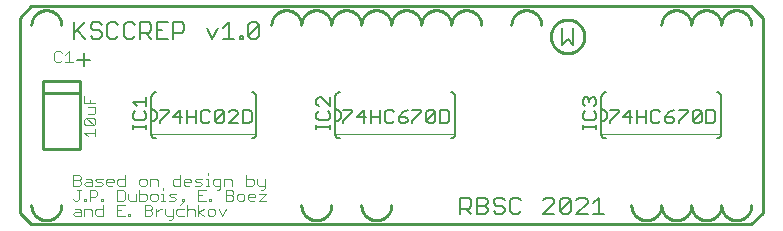
<source format=gto>
G75*
%MOIN*%
%OFA0B0*%
%FSLAX25Y25*%
%IPPOS*%
%LPD*%
%AMOC8*
5,1,8,0,0,1.08239X$1,22.5*
%
%ADD10C,0.00600*%
%ADD11C,0.00500*%
%ADD12C,0.01000*%
%ADD13C,0.00300*%
%ADD14C,0.00200*%
D10*
X0047750Y0034050D02*
X0047750Y0038250D01*
X0047750Y0042250D01*
X0047750Y0046450D01*
X0047752Y0046526D01*
X0047758Y0046602D01*
X0047767Y0046677D01*
X0047781Y0046752D01*
X0047798Y0046826D01*
X0047819Y0046899D01*
X0047843Y0046971D01*
X0047872Y0047042D01*
X0047903Y0047111D01*
X0047938Y0047178D01*
X0047977Y0047243D01*
X0048019Y0047307D01*
X0048064Y0047368D01*
X0048112Y0047427D01*
X0048163Y0047483D01*
X0048217Y0047537D01*
X0048273Y0047588D01*
X0048332Y0047636D01*
X0048393Y0047681D01*
X0048457Y0047723D01*
X0048522Y0047762D01*
X0048589Y0047797D01*
X0048658Y0047828D01*
X0048729Y0047857D01*
X0048801Y0047881D01*
X0048874Y0047902D01*
X0048948Y0047919D01*
X0049023Y0047933D01*
X0049098Y0047942D01*
X0049174Y0047948D01*
X0049250Y0047950D01*
X0047750Y0042250D02*
X0047838Y0042248D01*
X0047927Y0042242D01*
X0048015Y0042232D01*
X0048102Y0042219D01*
X0048189Y0042201D01*
X0048275Y0042180D01*
X0048360Y0042155D01*
X0048443Y0042126D01*
X0048526Y0042093D01*
X0048606Y0042057D01*
X0048685Y0042018D01*
X0048763Y0041975D01*
X0048838Y0041928D01*
X0048911Y0041878D01*
X0048982Y0041825D01*
X0049051Y0041769D01*
X0049117Y0041710D01*
X0049180Y0041648D01*
X0049240Y0041584D01*
X0049298Y0041517D01*
X0049352Y0041447D01*
X0049404Y0041375D01*
X0049452Y0041301D01*
X0049497Y0041224D01*
X0049538Y0041146D01*
X0049576Y0041066D01*
X0049610Y0040985D01*
X0049641Y0040902D01*
X0049668Y0040817D01*
X0049691Y0040732D01*
X0049710Y0040646D01*
X0049726Y0040558D01*
X0049738Y0040471D01*
X0049746Y0040383D01*
X0049750Y0040294D01*
X0049750Y0040206D01*
X0049746Y0040117D01*
X0049738Y0040029D01*
X0049726Y0039942D01*
X0049710Y0039854D01*
X0049691Y0039768D01*
X0049668Y0039683D01*
X0049641Y0039598D01*
X0049610Y0039515D01*
X0049576Y0039434D01*
X0049538Y0039354D01*
X0049497Y0039276D01*
X0049452Y0039199D01*
X0049404Y0039125D01*
X0049352Y0039053D01*
X0049298Y0038983D01*
X0049240Y0038916D01*
X0049180Y0038852D01*
X0049117Y0038790D01*
X0049051Y0038731D01*
X0048982Y0038675D01*
X0048911Y0038622D01*
X0048838Y0038572D01*
X0048763Y0038525D01*
X0048685Y0038482D01*
X0048606Y0038443D01*
X0048526Y0038407D01*
X0048443Y0038374D01*
X0048360Y0038345D01*
X0048275Y0038320D01*
X0048189Y0038299D01*
X0048102Y0038281D01*
X0048015Y0038268D01*
X0047927Y0038258D01*
X0047838Y0038252D01*
X0047750Y0038250D01*
X0047750Y0034050D02*
X0047752Y0033974D01*
X0047758Y0033898D01*
X0047767Y0033823D01*
X0047781Y0033748D01*
X0047798Y0033674D01*
X0047819Y0033601D01*
X0047843Y0033529D01*
X0047872Y0033458D01*
X0047903Y0033389D01*
X0047938Y0033322D01*
X0047977Y0033257D01*
X0048019Y0033193D01*
X0048064Y0033132D01*
X0048112Y0033073D01*
X0048163Y0033017D01*
X0048217Y0032963D01*
X0048273Y0032912D01*
X0048332Y0032864D01*
X0048393Y0032819D01*
X0048457Y0032777D01*
X0048522Y0032738D01*
X0048589Y0032703D01*
X0048658Y0032672D01*
X0048729Y0032643D01*
X0048801Y0032619D01*
X0048874Y0032598D01*
X0048948Y0032581D01*
X0049023Y0032567D01*
X0049098Y0032558D01*
X0049174Y0032552D01*
X0049250Y0032550D01*
X0081250Y0032550D02*
X0081326Y0032552D01*
X0081402Y0032558D01*
X0081477Y0032567D01*
X0081552Y0032581D01*
X0081626Y0032598D01*
X0081699Y0032619D01*
X0081771Y0032643D01*
X0081842Y0032672D01*
X0081911Y0032703D01*
X0081978Y0032738D01*
X0082043Y0032777D01*
X0082107Y0032819D01*
X0082168Y0032864D01*
X0082227Y0032912D01*
X0082283Y0032963D01*
X0082337Y0033017D01*
X0082388Y0033073D01*
X0082436Y0033132D01*
X0082481Y0033193D01*
X0082523Y0033257D01*
X0082562Y0033322D01*
X0082597Y0033389D01*
X0082628Y0033458D01*
X0082657Y0033529D01*
X0082681Y0033601D01*
X0082702Y0033674D01*
X0082719Y0033748D01*
X0082733Y0033823D01*
X0082742Y0033898D01*
X0082748Y0033974D01*
X0082750Y0034050D01*
X0082750Y0046450D01*
X0082748Y0046526D01*
X0082742Y0046602D01*
X0082733Y0046677D01*
X0082719Y0046752D01*
X0082702Y0046826D01*
X0082681Y0046899D01*
X0082657Y0046971D01*
X0082628Y0047042D01*
X0082597Y0047111D01*
X0082562Y0047178D01*
X0082523Y0047243D01*
X0082481Y0047307D01*
X0082436Y0047368D01*
X0082388Y0047427D01*
X0082337Y0047483D01*
X0082283Y0047537D01*
X0082227Y0047588D01*
X0082168Y0047636D01*
X0082107Y0047681D01*
X0082043Y0047723D01*
X0081978Y0047762D01*
X0081911Y0047797D01*
X0081842Y0047828D01*
X0081771Y0047857D01*
X0081699Y0047881D01*
X0081626Y0047902D01*
X0081552Y0047919D01*
X0081477Y0047933D01*
X0081402Y0047942D01*
X0081326Y0047948D01*
X0081250Y0047950D01*
X0109000Y0046450D02*
X0109000Y0042250D01*
X0109000Y0038250D01*
X0109000Y0034050D01*
X0109002Y0033974D01*
X0109008Y0033898D01*
X0109017Y0033823D01*
X0109031Y0033748D01*
X0109048Y0033674D01*
X0109069Y0033601D01*
X0109093Y0033529D01*
X0109122Y0033458D01*
X0109153Y0033389D01*
X0109188Y0033322D01*
X0109227Y0033257D01*
X0109269Y0033193D01*
X0109314Y0033132D01*
X0109362Y0033073D01*
X0109413Y0033017D01*
X0109467Y0032963D01*
X0109523Y0032912D01*
X0109582Y0032864D01*
X0109643Y0032819D01*
X0109707Y0032777D01*
X0109772Y0032738D01*
X0109839Y0032703D01*
X0109908Y0032672D01*
X0109979Y0032643D01*
X0110051Y0032619D01*
X0110124Y0032598D01*
X0110198Y0032581D01*
X0110273Y0032567D01*
X0110348Y0032558D01*
X0110424Y0032552D01*
X0110500Y0032550D01*
X0109000Y0038250D02*
X0109088Y0038252D01*
X0109177Y0038258D01*
X0109265Y0038268D01*
X0109352Y0038281D01*
X0109439Y0038299D01*
X0109525Y0038320D01*
X0109610Y0038345D01*
X0109693Y0038374D01*
X0109776Y0038407D01*
X0109856Y0038443D01*
X0109935Y0038482D01*
X0110013Y0038525D01*
X0110088Y0038572D01*
X0110161Y0038622D01*
X0110232Y0038675D01*
X0110301Y0038731D01*
X0110367Y0038790D01*
X0110430Y0038852D01*
X0110490Y0038916D01*
X0110548Y0038983D01*
X0110602Y0039053D01*
X0110654Y0039125D01*
X0110702Y0039199D01*
X0110747Y0039276D01*
X0110788Y0039354D01*
X0110826Y0039434D01*
X0110860Y0039515D01*
X0110891Y0039598D01*
X0110918Y0039683D01*
X0110941Y0039768D01*
X0110960Y0039854D01*
X0110976Y0039942D01*
X0110988Y0040029D01*
X0110996Y0040117D01*
X0111000Y0040206D01*
X0111000Y0040294D01*
X0110996Y0040383D01*
X0110988Y0040471D01*
X0110976Y0040558D01*
X0110960Y0040646D01*
X0110941Y0040732D01*
X0110918Y0040817D01*
X0110891Y0040902D01*
X0110860Y0040985D01*
X0110826Y0041066D01*
X0110788Y0041146D01*
X0110747Y0041224D01*
X0110702Y0041301D01*
X0110654Y0041375D01*
X0110602Y0041447D01*
X0110548Y0041517D01*
X0110490Y0041584D01*
X0110430Y0041648D01*
X0110367Y0041710D01*
X0110301Y0041769D01*
X0110232Y0041825D01*
X0110161Y0041878D01*
X0110088Y0041928D01*
X0110013Y0041975D01*
X0109935Y0042018D01*
X0109856Y0042057D01*
X0109776Y0042093D01*
X0109693Y0042126D01*
X0109610Y0042155D01*
X0109525Y0042180D01*
X0109439Y0042201D01*
X0109352Y0042219D01*
X0109265Y0042232D01*
X0109177Y0042242D01*
X0109088Y0042248D01*
X0109000Y0042250D01*
X0109000Y0046450D02*
X0109002Y0046526D01*
X0109008Y0046602D01*
X0109017Y0046677D01*
X0109031Y0046752D01*
X0109048Y0046826D01*
X0109069Y0046899D01*
X0109093Y0046971D01*
X0109122Y0047042D01*
X0109153Y0047111D01*
X0109188Y0047178D01*
X0109227Y0047243D01*
X0109269Y0047307D01*
X0109314Y0047368D01*
X0109362Y0047427D01*
X0109413Y0047483D01*
X0109467Y0047537D01*
X0109523Y0047588D01*
X0109582Y0047636D01*
X0109643Y0047681D01*
X0109707Y0047723D01*
X0109772Y0047762D01*
X0109839Y0047797D01*
X0109908Y0047828D01*
X0109979Y0047857D01*
X0110051Y0047881D01*
X0110124Y0047902D01*
X0110198Y0047919D01*
X0110273Y0047933D01*
X0110348Y0047942D01*
X0110424Y0047948D01*
X0110500Y0047950D01*
X0147500Y0047950D02*
X0147576Y0047948D01*
X0147652Y0047942D01*
X0147727Y0047933D01*
X0147802Y0047919D01*
X0147876Y0047902D01*
X0147949Y0047881D01*
X0148021Y0047857D01*
X0148092Y0047828D01*
X0148161Y0047797D01*
X0148228Y0047762D01*
X0148293Y0047723D01*
X0148357Y0047681D01*
X0148418Y0047636D01*
X0148477Y0047588D01*
X0148533Y0047537D01*
X0148587Y0047483D01*
X0148638Y0047427D01*
X0148686Y0047368D01*
X0148731Y0047307D01*
X0148773Y0047243D01*
X0148812Y0047178D01*
X0148847Y0047111D01*
X0148878Y0047042D01*
X0148907Y0046971D01*
X0148931Y0046899D01*
X0148952Y0046826D01*
X0148969Y0046752D01*
X0148983Y0046677D01*
X0148992Y0046602D01*
X0148998Y0046526D01*
X0149000Y0046450D01*
X0149000Y0034050D01*
X0148998Y0033974D01*
X0148992Y0033898D01*
X0148983Y0033823D01*
X0148969Y0033748D01*
X0148952Y0033674D01*
X0148931Y0033601D01*
X0148907Y0033529D01*
X0148878Y0033458D01*
X0148847Y0033389D01*
X0148812Y0033322D01*
X0148773Y0033257D01*
X0148731Y0033193D01*
X0148686Y0033132D01*
X0148638Y0033073D01*
X0148587Y0033017D01*
X0148533Y0032963D01*
X0148477Y0032912D01*
X0148418Y0032864D01*
X0148357Y0032819D01*
X0148293Y0032777D01*
X0148228Y0032738D01*
X0148161Y0032703D01*
X0148092Y0032672D01*
X0148021Y0032643D01*
X0147949Y0032619D01*
X0147876Y0032598D01*
X0147802Y0032581D01*
X0147727Y0032567D01*
X0147652Y0032558D01*
X0147576Y0032552D01*
X0147500Y0032550D01*
X0197750Y0034050D02*
X0197750Y0038250D01*
X0197750Y0042250D01*
X0197750Y0046450D01*
X0197752Y0046526D01*
X0197758Y0046602D01*
X0197767Y0046677D01*
X0197781Y0046752D01*
X0197798Y0046826D01*
X0197819Y0046899D01*
X0197843Y0046971D01*
X0197872Y0047042D01*
X0197903Y0047111D01*
X0197938Y0047178D01*
X0197977Y0047243D01*
X0198019Y0047307D01*
X0198064Y0047368D01*
X0198112Y0047427D01*
X0198163Y0047483D01*
X0198217Y0047537D01*
X0198273Y0047588D01*
X0198332Y0047636D01*
X0198393Y0047681D01*
X0198457Y0047723D01*
X0198522Y0047762D01*
X0198589Y0047797D01*
X0198658Y0047828D01*
X0198729Y0047857D01*
X0198801Y0047881D01*
X0198874Y0047902D01*
X0198948Y0047919D01*
X0199023Y0047933D01*
X0199098Y0047942D01*
X0199174Y0047948D01*
X0199250Y0047950D01*
X0197750Y0042250D02*
X0197838Y0042248D01*
X0197927Y0042242D01*
X0198015Y0042232D01*
X0198102Y0042219D01*
X0198189Y0042201D01*
X0198275Y0042180D01*
X0198360Y0042155D01*
X0198443Y0042126D01*
X0198526Y0042093D01*
X0198606Y0042057D01*
X0198685Y0042018D01*
X0198763Y0041975D01*
X0198838Y0041928D01*
X0198911Y0041878D01*
X0198982Y0041825D01*
X0199051Y0041769D01*
X0199117Y0041710D01*
X0199180Y0041648D01*
X0199240Y0041584D01*
X0199298Y0041517D01*
X0199352Y0041447D01*
X0199404Y0041375D01*
X0199452Y0041301D01*
X0199497Y0041224D01*
X0199538Y0041146D01*
X0199576Y0041066D01*
X0199610Y0040985D01*
X0199641Y0040902D01*
X0199668Y0040817D01*
X0199691Y0040732D01*
X0199710Y0040646D01*
X0199726Y0040558D01*
X0199738Y0040471D01*
X0199746Y0040383D01*
X0199750Y0040294D01*
X0199750Y0040206D01*
X0199746Y0040117D01*
X0199738Y0040029D01*
X0199726Y0039942D01*
X0199710Y0039854D01*
X0199691Y0039768D01*
X0199668Y0039683D01*
X0199641Y0039598D01*
X0199610Y0039515D01*
X0199576Y0039434D01*
X0199538Y0039354D01*
X0199497Y0039276D01*
X0199452Y0039199D01*
X0199404Y0039125D01*
X0199352Y0039053D01*
X0199298Y0038983D01*
X0199240Y0038916D01*
X0199180Y0038852D01*
X0199117Y0038790D01*
X0199051Y0038731D01*
X0198982Y0038675D01*
X0198911Y0038622D01*
X0198838Y0038572D01*
X0198763Y0038525D01*
X0198685Y0038482D01*
X0198606Y0038443D01*
X0198526Y0038407D01*
X0198443Y0038374D01*
X0198360Y0038345D01*
X0198275Y0038320D01*
X0198189Y0038299D01*
X0198102Y0038281D01*
X0198015Y0038268D01*
X0197927Y0038258D01*
X0197838Y0038252D01*
X0197750Y0038250D01*
X0197750Y0034050D02*
X0197752Y0033974D01*
X0197758Y0033898D01*
X0197767Y0033823D01*
X0197781Y0033748D01*
X0197798Y0033674D01*
X0197819Y0033601D01*
X0197843Y0033529D01*
X0197872Y0033458D01*
X0197903Y0033389D01*
X0197938Y0033322D01*
X0197977Y0033257D01*
X0198019Y0033193D01*
X0198064Y0033132D01*
X0198112Y0033073D01*
X0198163Y0033017D01*
X0198217Y0032963D01*
X0198273Y0032912D01*
X0198332Y0032864D01*
X0198393Y0032819D01*
X0198457Y0032777D01*
X0198522Y0032738D01*
X0198589Y0032703D01*
X0198658Y0032672D01*
X0198729Y0032643D01*
X0198801Y0032619D01*
X0198874Y0032598D01*
X0198948Y0032581D01*
X0199023Y0032567D01*
X0199098Y0032558D01*
X0199174Y0032552D01*
X0199250Y0032550D01*
X0236250Y0032550D02*
X0236326Y0032552D01*
X0236402Y0032558D01*
X0236477Y0032567D01*
X0236552Y0032581D01*
X0236626Y0032598D01*
X0236699Y0032619D01*
X0236771Y0032643D01*
X0236842Y0032672D01*
X0236911Y0032703D01*
X0236978Y0032738D01*
X0237043Y0032777D01*
X0237107Y0032819D01*
X0237168Y0032864D01*
X0237227Y0032912D01*
X0237283Y0032963D01*
X0237337Y0033017D01*
X0237388Y0033073D01*
X0237436Y0033132D01*
X0237481Y0033193D01*
X0237523Y0033257D01*
X0237562Y0033322D01*
X0237597Y0033389D01*
X0237628Y0033458D01*
X0237657Y0033529D01*
X0237681Y0033601D01*
X0237702Y0033674D01*
X0237719Y0033748D01*
X0237733Y0033823D01*
X0237742Y0033898D01*
X0237748Y0033974D01*
X0237750Y0034050D01*
X0237750Y0046450D01*
X0237748Y0046526D01*
X0237742Y0046602D01*
X0237733Y0046677D01*
X0237719Y0046752D01*
X0237702Y0046826D01*
X0237681Y0046899D01*
X0237657Y0046971D01*
X0237628Y0047042D01*
X0237597Y0047111D01*
X0237562Y0047178D01*
X0237523Y0047243D01*
X0237481Y0047307D01*
X0237436Y0047368D01*
X0237388Y0047427D01*
X0237337Y0047483D01*
X0237283Y0047537D01*
X0237227Y0047588D01*
X0237168Y0047636D01*
X0237107Y0047681D01*
X0237043Y0047723D01*
X0236978Y0047762D01*
X0236911Y0047797D01*
X0236842Y0047828D01*
X0236771Y0047857D01*
X0236699Y0047881D01*
X0236626Y0047902D01*
X0236552Y0047919D01*
X0236477Y0047933D01*
X0236402Y0047942D01*
X0236326Y0047948D01*
X0236250Y0047950D01*
X0027320Y0058753D02*
X0023050Y0058753D01*
X0025185Y0060888D02*
X0025185Y0056618D01*
D11*
X0025635Y0065750D02*
X0022883Y0068502D01*
X0021966Y0067585D02*
X0025635Y0071255D01*
X0027490Y0070337D02*
X0027490Y0069420D01*
X0028408Y0068502D01*
X0030243Y0068502D01*
X0031160Y0067585D01*
X0031160Y0066667D01*
X0030243Y0065750D01*
X0028408Y0065750D01*
X0027490Y0066667D01*
X0033015Y0066667D02*
X0033933Y0065750D01*
X0035767Y0065750D01*
X0036685Y0066667D01*
X0038540Y0066667D02*
X0039457Y0065750D01*
X0041292Y0065750D01*
X0042210Y0066667D01*
X0044065Y0065750D02*
X0044065Y0071255D01*
X0046817Y0071255D01*
X0047734Y0070337D01*
X0047734Y0068502D01*
X0046817Y0067585D01*
X0044065Y0067585D01*
X0045899Y0067585D02*
X0047734Y0065750D01*
X0049589Y0065750D02*
X0053259Y0065750D01*
X0055114Y0065750D02*
X0055114Y0071255D01*
X0057866Y0071255D01*
X0058784Y0070337D01*
X0058784Y0068502D01*
X0057866Y0067585D01*
X0055114Y0067585D01*
X0051424Y0068502D02*
X0049589Y0068502D01*
X0049589Y0065750D02*
X0049589Y0071255D01*
X0053259Y0071255D01*
X0042210Y0070337D02*
X0041292Y0071255D01*
X0039457Y0071255D01*
X0038540Y0070337D01*
X0038540Y0066667D01*
X0033015Y0066667D02*
X0033015Y0070337D01*
X0033933Y0071255D01*
X0035767Y0071255D01*
X0036685Y0070337D01*
X0031160Y0070337D02*
X0030243Y0071255D01*
X0028408Y0071255D01*
X0027490Y0070337D01*
X0021966Y0071255D02*
X0021966Y0065750D01*
X0066163Y0069420D02*
X0067998Y0065750D01*
X0069833Y0069420D01*
X0071688Y0069420D02*
X0073523Y0071255D01*
X0073523Y0065750D01*
X0071688Y0065750D02*
X0075358Y0065750D01*
X0077213Y0065750D02*
X0077213Y0066667D01*
X0078130Y0066667D01*
X0078130Y0065750D01*
X0077213Y0065750D01*
X0079975Y0066667D02*
X0083645Y0070337D01*
X0083645Y0066667D01*
X0082728Y0065750D01*
X0080893Y0065750D01*
X0079975Y0066667D01*
X0079975Y0070337D01*
X0080893Y0071255D01*
X0082728Y0071255D01*
X0083645Y0070337D01*
X0103497Y0046176D02*
X0102746Y0045425D01*
X0102746Y0043924D01*
X0103497Y0043173D01*
X0104247Y0046176D02*
X0107250Y0043173D01*
X0107250Y0046176D01*
X0104247Y0046176D02*
X0103497Y0046176D01*
X0111750Y0042004D02*
X0114753Y0042004D01*
X0114753Y0041253D01*
X0111750Y0038251D01*
X0111750Y0037500D01*
X0107250Y0037001D02*
X0107250Y0035500D01*
X0107250Y0036251D02*
X0102746Y0036251D01*
X0102746Y0037001D02*
X0102746Y0035500D01*
X0103497Y0038569D02*
X0106499Y0038569D01*
X0107250Y0039320D01*
X0107250Y0040821D01*
X0106499Y0041572D01*
X0103497Y0041572D02*
X0102746Y0040821D01*
X0102746Y0039320D01*
X0103497Y0038569D01*
X0116354Y0039752D02*
X0119356Y0039752D01*
X0120958Y0039752D02*
X0123960Y0039752D01*
X0125562Y0041253D02*
X0125562Y0038251D01*
X0126312Y0037500D01*
X0127814Y0037500D01*
X0128564Y0038251D01*
X0130166Y0038251D02*
X0130916Y0037500D01*
X0132418Y0037500D01*
X0133168Y0038251D01*
X0133168Y0039001D01*
X0132418Y0039752D01*
X0130166Y0039752D01*
X0130166Y0038251D01*
X0130166Y0039752D02*
X0131667Y0041253D01*
X0133168Y0042004D01*
X0134770Y0042004D02*
X0137772Y0042004D01*
X0137772Y0041253D01*
X0134770Y0038251D01*
X0134770Y0037500D01*
X0139374Y0038251D02*
X0140124Y0037500D01*
X0141625Y0037500D01*
X0142376Y0038251D01*
X0142376Y0041253D01*
X0139374Y0038251D01*
X0139374Y0041253D01*
X0140124Y0042004D01*
X0141625Y0042004D01*
X0142376Y0041253D01*
X0143977Y0042004D02*
X0146229Y0042004D01*
X0146980Y0041253D01*
X0146980Y0038251D01*
X0146229Y0037500D01*
X0143977Y0037500D01*
X0143977Y0042004D01*
X0128564Y0041253D02*
X0127814Y0042004D01*
X0126312Y0042004D01*
X0125562Y0041253D01*
X0123960Y0042004D02*
X0123960Y0037500D01*
X0120958Y0037500D02*
X0120958Y0042004D01*
X0118606Y0042004D02*
X0116354Y0039752D01*
X0118606Y0037500D02*
X0118606Y0042004D01*
X0081126Y0041253D02*
X0081126Y0038251D01*
X0080375Y0037500D01*
X0078124Y0037500D01*
X0078124Y0042004D01*
X0080375Y0042004D01*
X0081126Y0041253D01*
X0076522Y0041253D02*
X0076522Y0040503D01*
X0073520Y0037500D01*
X0076522Y0037500D01*
X0071918Y0038251D02*
X0071168Y0037500D01*
X0069666Y0037500D01*
X0068916Y0038251D01*
X0071918Y0041253D01*
X0071918Y0038251D01*
X0068916Y0038251D02*
X0068916Y0041253D01*
X0069666Y0042004D01*
X0071168Y0042004D01*
X0071918Y0041253D01*
X0073520Y0041253D02*
X0074270Y0042004D01*
X0075772Y0042004D01*
X0076522Y0041253D01*
X0067314Y0041253D02*
X0066564Y0042004D01*
X0065062Y0042004D01*
X0064312Y0041253D01*
X0064312Y0038251D01*
X0065062Y0037500D01*
X0066564Y0037500D01*
X0067314Y0038251D01*
X0062710Y0037500D02*
X0062710Y0042004D01*
X0059708Y0042004D02*
X0059708Y0037500D01*
X0057356Y0037500D02*
X0057356Y0042004D01*
X0055104Y0039752D01*
X0058106Y0039752D01*
X0059708Y0039752D02*
X0062710Y0039752D01*
X0053503Y0041253D02*
X0050500Y0038251D01*
X0050500Y0037500D01*
X0046000Y0037001D02*
X0046000Y0035500D01*
X0046000Y0036251D02*
X0041496Y0036251D01*
X0041496Y0037001D02*
X0041496Y0035500D01*
X0042247Y0038569D02*
X0045249Y0038569D01*
X0046000Y0039320D01*
X0046000Y0040821D01*
X0045249Y0041572D01*
X0042247Y0041572D02*
X0041496Y0040821D01*
X0041496Y0039320D01*
X0042247Y0038569D01*
X0053503Y0041253D02*
X0053503Y0042004D01*
X0050500Y0042004D01*
X0046000Y0043173D02*
X0046000Y0046176D01*
X0046000Y0044674D02*
X0041496Y0044674D01*
X0042997Y0043173D01*
X0150778Y0012755D02*
X0153530Y0012755D01*
X0154447Y0011837D01*
X0154447Y0010002D01*
X0153530Y0009085D01*
X0150778Y0009085D01*
X0152612Y0009085D02*
X0154447Y0007250D01*
X0156302Y0007250D02*
X0159055Y0007250D01*
X0159972Y0008167D01*
X0159972Y0009085D01*
X0159055Y0010002D01*
X0156302Y0010002D01*
X0159055Y0010002D02*
X0159972Y0010920D01*
X0159972Y0011837D01*
X0159055Y0012755D01*
X0156302Y0012755D01*
X0156302Y0007250D01*
X0150778Y0007250D02*
X0150778Y0012755D01*
X0161827Y0011837D02*
X0161827Y0010920D01*
X0162744Y0010002D01*
X0164579Y0010002D01*
X0165497Y0009085D01*
X0165497Y0008167D01*
X0164579Y0007250D01*
X0162744Y0007250D01*
X0161827Y0008167D01*
X0167352Y0008167D02*
X0168269Y0007250D01*
X0170104Y0007250D01*
X0171021Y0008167D01*
X0167352Y0008167D02*
X0167352Y0011837D01*
X0168269Y0012755D01*
X0170104Y0012755D01*
X0171021Y0011837D01*
X0165497Y0011837D02*
X0164579Y0012755D01*
X0162744Y0012755D01*
X0161827Y0011837D01*
X0178401Y0011837D02*
X0179319Y0012755D01*
X0181153Y0012755D01*
X0182071Y0011837D01*
X0182071Y0010920D01*
X0178401Y0007250D01*
X0182071Y0007250D01*
X0183926Y0008167D02*
X0187596Y0011837D01*
X0187596Y0008167D01*
X0186678Y0007250D01*
X0184843Y0007250D01*
X0183926Y0008167D01*
X0183926Y0011837D01*
X0184843Y0012755D01*
X0186678Y0012755D01*
X0187596Y0011837D01*
X0189451Y0011837D02*
X0190368Y0012755D01*
X0192203Y0012755D01*
X0193120Y0011837D01*
X0193120Y0010920D01*
X0189451Y0007250D01*
X0193120Y0007250D01*
X0194975Y0007250D02*
X0198645Y0007250D01*
X0196810Y0007250D02*
X0196810Y0012755D01*
X0194975Y0010920D01*
X0196000Y0035500D02*
X0196000Y0037001D01*
X0196000Y0036251D02*
X0191496Y0036251D01*
X0191496Y0037001D02*
X0191496Y0035500D01*
X0192247Y0038569D02*
X0195249Y0038569D01*
X0196000Y0039320D01*
X0196000Y0040821D01*
X0195249Y0041572D01*
X0192247Y0041572D02*
X0191496Y0040821D01*
X0191496Y0039320D01*
X0192247Y0038569D01*
X0200500Y0038251D02*
X0200500Y0037500D01*
X0200500Y0038251D02*
X0203503Y0041253D01*
X0203503Y0042004D01*
X0200500Y0042004D01*
X0196000Y0043924D02*
X0195249Y0043173D01*
X0196000Y0043924D02*
X0196000Y0045425D01*
X0195249Y0046176D01*
X0194499Y0046176D01*
X0193748Y0045425D01*
X0193748Y0044674D01*
X0193748Y0045425D02*
X0192997Y0046176D01*
X0192247Y0046176D01*
X0191496Y0045425D01*
X0191496Y0043924D01*
X0192247Y0043173D01*
X0205104Y0039752D02*
X0208106Y0039752D01*
X0209708Y0039752D02*
X0212710Y0039752D01*
X0214312Y0041253D02*
X0214312Y0038251D01*
X0215062Y0037500D01*
X0216564Y0037500D01*
X0217314Y0038251D01*
X0218916Y0038251D02*
X0219666Y0037500D01*
X0221168Y0037500D01*
X0221918Y0038251D01*
X0221918Y0039001D01*
X0221168Y0039752D01*
X0218916Y0039752D01*
X0218916Y0038251D01*
X0218916Y0039752D02*
X0220417Y0041253D01*
X0221918Y0042004D01*
X0223520Y0042004D02*
X0226522Y0042004D01*
X0226522Y0041253D01*
X0223520Y0038251D01*
X0223520Y0037500D01*
X0228124Y0038251D02*
X0228874Y0037500D01*
X0230375Y0037500D01*
X0231126Y0038251D01*
X0231126Y0041253D01*
X0228124Y0038251D01*
X0228124Y0041253D01*
X0228874Y0042004D01*
X0230375Y0042004D01*
X0231126Y0041253D01*
X0232727Y0042004D02*
X0234979Y0042004D01*
X0235730Y0041253D01*
X0235730Y0038251D01*
X0234979Y0037500D01*
X0232727Y0037500D01*
X0232727Y0042004D01*
X0217314Y0041253D02*
X0216564Y0042004D01*
X0215062Y0042004D01*
X0214312Y0041253D01*
X0212710Y0042004D02*
X0212710Y0037500D01*
X0209708Y0037500D02*
X0209708Y0042004D01*
X0207356Y0042004D02*
X0205104Y0039752D01*
X0207356Y0037500D02*
X0207356Y0042004D01*
X0188395Y0063750D02*
X0188395Y0069255D01*
X0184725Y0069255D02*
X0184725Y0063750D01*
X0186560Y0065585D01*
X0188395Y0063750D01*
D12*
X0007750Y0004000D02*
X0004000Y0007750D01*
X0004000Y0072750D01*
X0007750Y0076500D01*
X0247750Y0076500D01*
X0251500Y0072750D01*
X0251500Y0007750D01*
X0247750Y0004000D01*
X0007750Y0004000D01*
X0007750Y0010250D02*
X0007752Y0010110D01*
X0007758Y0009970D01*
X0007768Y0009830D01*
X0007781Y0009690D01*
X0007799Y0009551D01*
X0007821Y0009412D01*
X0007846Y0009275D01*
X0007875Y0009137D01*
X0007908Y0009001D01*
X0007945Y0008866D01*
X0007986Y0008732D01*
X0008031Y0008599D01*
X0008079Y0008467D01*
X0008131Y0008337D01*
X0008186Y0008208D01*
X0008245Y0008081D01*
X0008308Y0007955D01*
X0008374Y0007831D01*
X0008443Y0007710D01*
X0008516Y0007590D01*
X0008593Y0007472D01*
X0008672Y0007357D01*
X0008755Y0007243D01*
X0008841Y0007133D01*
X0008930Y0007024D01*
X0009022Y0006918D01*
X0009117Y0006815D01*
X0009214Y0006714D01*
X0009315Y0006617D01*
X0009418Y0006522D01*
X0009524Y0006430D01*
X0009633Y0006341D01*
X0009743Y0006255D01*
X0009857Y0006172D01*
X0009972Y0006093D01*
X0010090Y0006016D01*
X0010210Y0005943D01*
X0010331Y0005874D01*
X0010455Y0005808D01*
X0010581Y0005745D01*
X0010708Y0005686D01*
X0010837Y0005631D01*
X0010967Y0005579D01*
X0011099Y0005531D01*
X0011232Y0005486D01*
X0011366Y0005445D01*
X0011501Y0005408D01*
X0011637Y0005375D01*
X0011775Y0005346D01*
X0011912Y0005321D01*
X0012051Y0005299D01*
X0012190Y0005281D01*
X0012330Y0005268D01*
X0012470Y0005258D01*
X0012610Y0005252D01*
X0012750Y0005250D01*
X0012890Y0005252D01*
X0013030Y0005258D01*
X0013170Y0005268D01*
X0013310Y0005281D01*
X0013449Y0005299D01*
X0013588Y0005321D01*
X0013725Y0005346D01*
X0013863Y0005375D01*
X0013999Y0005408D01*
X0014134Y0005445D01*
X0014268Y0005486D01*
X0014401Y0005531D01*
X0014533Y0005579D01*
X0014663Y0005631D01*
X0014792Y0005686D01*
X0014919Y0005745D01*
X0015045Y0005808D01*
X0015169Y0005874D01*
X0015290Y0005943D01*
X0015410Y0006016D01*
X0015528Y0006093D01*
X0015643Y0006172D01*
X0015757Y0006255D01*
X0015867Y0006341D01*
X0015976Y0006430D01*
X0016082Y0006522D01*
X0016185Y0006617D01*
X0016286Y0006714D01*
X0016383Y0006815D01*
X0016478Y0006918D01*
X0016570Y0007024D01*
X0016659Y0007133D01*
X0016745Y0007243D01*
X0016828Y0007357D01*
X0016907Y0007472D01*
X0016984Y0007590D01*
X0017057Y0007710D01*
X0017126Y0007831D01*
X0017192Y0007955D01*
X0017255Y0008081D01*
X0017314Y0008208D01*
X0017369Y0008337D01*
X0017421Y0008467D01*
X0017469Y0008599D01*
X0017514Y0008732D01*
X0017555Y0008866D01*
X0017592Y0009001D01*
X0017625Y0009137D01*
X0017654Y0009275D01*
X0017679Y0009412D01*
X0017701Y0009551D01*
X0017719Y0009690D01*
X0017732Y0009830D01*
X0017742Y0009970D01*
X0017748Y0010110D01*
X0017750Y0010250D01*
X0011500Y0029000D02*
X0024000Y0029000D01*
X0024000Y0047750D01*
X0011500Y0047750D01*
X0011500Y0051500D01*
X0024000Y0051500D01*
X0024000Y0047750D01*
X0011500Y0047750D02*
X0011500Y0029000D01*
X0097750Y0010250D02*
X0097752Y0010110D01*
X0097758Y0009970D01*
X0097768Y0009830D01*
X0097781Y0009690D01*
X0097799Y0009551D01*
X0097821Y0009412D01*
X0097846Y0009275D01*
X0097875Y0009137D01*
X0097908Y0009001D01*
X0097945Y0008866D01*
X0097986Y0008732D01*
X0098031Y0008599D01*
X0098079Y0008467D01*
X0098131Y0008337D01*
X0098186Y0008208D01*
X0098245Y0008081D01*
X0098308Y0007955D01*
X0098374Y0007831D01*
X0098443Y0007710D01*
X0098516Y0007590D01*
X0098593Y0007472D01*
X0098672Y0007357D01*
X0098755Y0007243D01*
X0098841Y0007133D01*
X0098930Y0007024D01*
X0099022Y0006918D01*
X0099117Y0006815D01*
X0099214Y0006714D01*
X0099315Y0006617D01*
X0099418Y0006522D01*
X0099524Y0006430D01*
X0099633Y0006341D01*
X0099743Y0006255D01*
X0099857Y0006172D01*
X0099972Y0006093D01*
X0100090Y0006016D01*
X0100210Y0005943D01*
X0100331Y0005874D01*
X0100455Y0005808D01*
X0100581Y0005745D01*
X0100708Y0005686D01*
X0100837Y0005631D01*
X0100967Y0005579D01*
X0101099Y0005531D01*
X0101232Y0005486D01*
X0101366Y0005445D01*
X0101501Y0005408D01*
X0101637Y0005375D01*
X0101775Y0005346D01*
X0101912Y0005321D01*
X0102051Y0005299D01*
X0102190Y0005281D01*
X0102330Y0005268D01*
X0102470Y0005258D01*
X0102610Y0005252D01*
X0102750Y0005250D01*
X0102890Y0005252D01*
X0103030Y0005258D01*
X0103170Y0005268D01*
X0103310Y0005281D01*
X0103449Y0005299D01*
X0103588Y0005321D01*
X0103725Y0005346D01*
X0103863Y0005375D01*
X0103999Y0005408D01*
X0104134Y0005445D01*
X0104268Y0005486D01*
X0104401Y0005531D01*
X0104533Y0005579D01*
X0104663Y0005631D01*
X0104792Y0005686D01*
X0104919Y0005745D01*
X0105045Y0005808D01*
X0105169Y0005874D01*
X0105290Y0005943D01*
X0105410Y0006016D01*
X0105528Y0006093D01*
X0105643Y0006172D01*
X0105757Y0006255D01*
X0105867Y0006341D01*
X0105976Y0006430D01*
X0106082Y0006522D01*
X0106185Y0006617D01*
X0106286Y0006714D01*
X0106383Y0006815D01*
X0106478Y0006918D01*
X0106570Y0007024D01*
X0106659Y0007133D01*
X0106745Y0007243D01*
X0106828Y0007357D01*
X0106907Y0007472D01*
X0106984Y0007590D01*
X0107057Y0007710D01*
X0107126Y0007831D01*
X0107192Y0007955D01*
X0107255Y0008081D01*
X0107314Y0008208D01*
X0107369Y0008337D01*
X0107421Y0008467D01*
X0107469Y0008599D01*
X0107514Y0008732D01*
X0107555Y0008866D01*
X0107592Y0009001D01*
X0107625Y0009137D01*
X0107654Y0009275D01*
X0107679Y0009412D01*
X0107701Y0009551D01*
X0107719Y0009690D01*
X0107732Y0009830D01*
X0107742Y0009970D01*
X0107748Y0010110D01*
X0107750Y0010250D01*
X0117750Y0010250D02*
X0117752Y0010110D01*
X0117758Y0009970D01*
X0117768Y0009830D01*
X0117781Y0009690D01*
X0117799Y0009551D01*
X0117821Y0009412D01*
X0117846Y0009275D01*
X0117875Y0009137D01*
X0117908Y0009001D01*
X0117945Y0008866D01*
X0117986Y0008732D01*
X0118031Y0008599D01*
X0118079Y0008467D01*
X0118131Y0008337D01*
X0118186Y0008208D01*
X0118245Y0008081D01*
X0118308Y0007955D01*
X0118374Y0007831D01*
X0118443Y0007710D01*
X0118516Y0007590D01*
X0118593Y0007472D01*
X0118672Y0007357D01*
X0118755Y0007243D01*
X0118841Y0007133D01*
X0118930Y0007024D01*
X0119022Y0006918D01*
X0119117Y0006815D01*
X0119214Y0006714D01*
X0119315Y0006617D01*
X0119418Y0006522D01*
X0119524Y0006430D01*
X0119633Y0006341D01*
X0119743Y0006255D01*
X0119857Y0006172D01*
X0119972Y0006093D01*
X0120090Y0006016D01*
X0120210Y0005943D01*
X0120331Y0005874D01*
X0120455Y0005808D01*
X0120581Y0005745D01*
X0120708Y0005686D01*
X0120837Y0005631D01*
X0120967Y0005579D01*
X0121099Y0005531D01*
X0121232Y0005486D01*
X0121366Y0005445D01*
X0121501Y0005408D01*
X0121637Y0005375D01*
X0121775Y0005346D01*
X0121912Y0005321D01*
X0122051Y0005299D01*
X0122190Y0005281D01*
X0122330Y0005268D01*
X0122470Y0005258D01*
X0122610Y0005252D01*
X0122750Y0005250D01*
X0122890Y0005252D01*
X0123030Y0005258D01*
X0123170Y0005268D01*
X0123310Y0005281D01*
X0123449Y0005299D01*
X0123588Y0005321D01*
X0123725Y0005346D01*
X0123863Y0005375D01*
X0123999Y0005408D01*
X0124134Y0005445D01*
X0124268Y0005486D01*
X0124401Y0005531D01*
X0124533Y0005579D01*
X0124663Y0005631D01*
X0124792Y0005686D01*
X0124919Y0005745D01*
X0125045Y0005808D01*
X0125169Y0005874D01*
X0125290Y0005943D01*
X0125410Y0006016D01*
X0125528Y0006093D01*
X0125643Y0006172D01*
X0125757Y0006255D01*
X0125867Y0006341D01*
X0125976Y0006430D01*
X0126082Y0006522D01*
X0126185Y0006617D01*
X0126286Y0006714D01*
X0126383Y0006815D01*
X0126478Y0006918D01*
X0126570Y0007024D01*
X0126659Y0007133D01*
X0126745Y0007243D01*
X0126828Y0007357D01*
X0126907Y0007472D01*
X0126984Y0007590D01*
X0127057Y0007710D01*
X0127126Y0007831D01*
X0127192Y0007955D01*
X0127255Y0008081D01*
X0127314Y0008208D01*
X0127369Y0008337D01*
X0127421Y0008467D01*
X0127469Y0008599D01*
X0127514Y0008732D01*
X0127555Y0008866D01*
X0127592Y0009001D01*
X0127625Y0009137D01*
X0127654Y0009275D01*
X0127679Y0009412D01*
X0127701Y0009551D01*
X0127719Y0009690D01*
X0127732Y0009830D01*
X0127742Y0009970D01*
X0127748Y0010110D01*
X0127750Y0010250D01*
X0207750Y0010250D02*
X0207752Y0010110D01*
X0207758Y0009970D01*
X0207768Y0009830D01*
X0207781Y0009690D01*
X0207799Y0009551D01*
X0207821Y0009412D01*
X0207846Y0009275D01*
X0207875Y0009137D01*
X0207908Y0009001D01*
X0207945Y0008866D01*
X0207986Y0008732D01*
X0208031Y0008599D01*
X0208079Y0008467D01*
X0208131Y0008337D01*
X0208186Y0008208D01*
X0208245Y0008081D01*
X0208308Y0007955D01*
X0208374Y0007831D01*
X0208443Y0007710D01*
X0208516Y0007590D01*
X0208593Y0007472D01*
X0208672Y0007357D01*
X0208755Y0007243D01*
X0208841Y0007133D01*
X0208930Y0007024D01*
X0209022Y0006918D01*
X0209117Y0006815D01*
X0209214Y0006714D01*
X0209315Y0006617D01*
X0209418Y0006522D01*
X0209524Y0006430D01*
X0209633Y0006341D01*
X0209743Y0006255D01*
X0209857Y0006172D01*
X0209972Y0006093D01*
X0210090Y0006016D01*
X0210210Y0005943D01*
X0210331Y0005874D01*
X0210455Y0005808D01*
X0210581Y0005745D01*
X0210708Y0005686D01*
X0210837Y0005631D01*
X0210967Y0005579D01*
X0211099Y0005531D01*
X0211232Y0005486D01*
X0211366Y0005445D01*
X0211501Y0005408D01*
X0211637Y0005375D01*
X0211775Y0005346D01*
X0211912Y0005321D01*
X0212051Y0005299D01*
X0212190Y0005281D01*
X0212330Y0005268D01*
X0212470Y0005258D01*
X0212610Y0005252D01*
X0212750Y0005250D01*
X0212890Y0005252D01*
X0213030Y0005258D01*
X0213170Y0005268D01*
X0213310Y0005281D01*
X0213449Y0005299D01*
X0213588Y0005321D01*
X0213725Y0005346D01*
X0213863Y0005375D01*
X0213999Y0005408D01*
X0214134Y0005445D01*
X0214268Y0005486D01*
X0214401Y0005531D01*
X0214533Y0005579D01*
X0214663Y0005631D01*
X0214792Y0005686D01*
X0214919Y0005745D01*
X0215045Y0005808D01*
X0215169Y0005874D01*
X0215290Y0005943D01*
X0215410Y0006016D01*
X0215528Y0006093D01*
X0215643Y0006172D01*
X0215757Y0006255D01*
X0215867Y0006341D01*
X0215976Y0006430D01*
X0216082Y0006522D01*
X0216185Y0006617D01*
X0216286Y0006714D01*
X0216383Y0006815D01*
X0216478Y0006918D01*
X0216570Y0007024D01*
X0216659Y0007133D01*
X0216745Y0007243D01*
X0216828Y0007357D01*
X0216907Y0007472D01*
X0216984Y0007590D01*
X0217057Y0007710D01*
X0217126Y0007831D01*
X0217192Y0007955D01*
X0217255Y0008081D01*
X0217314Y0008208D01*
X0217369Y0008337D01*
X0217421Y0008467D01*
X0217469Y0008599D01*
X0217514Y0008732D01*
X0217555Y0008866D01*
X0217592Y0009001D01*
X0217625Y0009137D01*
X0217654Y0009275D01*
X0217679Y0009412D01*
X0217701Y0009551D01*
X0217719Y0009690D01*
X0217732Y0009830D01*
X0217742Y0009970D01*
X0217748Y0010110D01*
X0217750Y0010250D01*
X0217752Y0010110D01*
X0217758Y0009970D01*
X0217768Y0009830D01*
X0217781Y0009690D01*
X0217799Y0009551D01*
X0217821Y0009412D01*
X0217846Y0009275D01*
X0217875Y0009137D01*
X0217908Y0009001D01*
X0217945Y0008866D01*
X0217986Y0008732D01*
X0218031Y0008599D01*
X0218079Y0008467D01*
X0218131Y0008337D01*
X0218186Y0008208D01*
X0218245Y0008081D01*
X0218308Y0007955D01*
X0218374Y0007831D01*
X0218443Y0007710D01*
X0218516Y0007590D01*
X0218593Y0007472D01*
X0218672Y0007357D01*
X0218755Y0007243D01*
X0218841Y0007133D01*
X0218930Y0007024D01*
X0219022Y0006918D01*
X0219117Y0006815D01*
X0219214Y0006714D01*
X0219315Y0006617D01*
X0219418Y0006522D01*
X0219524Y0006430D01*
X0219633Y0006341D01*
X0219743Y0006255D01*
X0219857Y0006172D01*
X0219972Y0006093D01*
X0220090Y0006016D01*
X0220210Y0005943D01*
X0220331Y0005874D01*
X0220455Y0005808D01*
X0220581Y0005745D01*
X0220708Y0005686D01*
X0220837Y0005631D01*
X0220967Y0005579D01*
X0221099Y0005531D01*
X0221232Y0005486D01*
X0221366Y0005445D01*
X0221501Y0005408D01*
X0221637Y0005375D01*
X0221775Y0005346D01*
X0221912Y0005321D01*
X0222051Y0005299D01*
X0222190Y0005281D01*
X0222330Y0005268D01*
X0222470Y0005258D01*
X0222610Y0005252D01*
X0222750Y0005250D01*
X0222890Y0005252D01*
X0223030Y0005258D01*
X0223170Y0005268D01*
X0223310Y0005281D01*
X0223449Y0005299D01*
X0223588Y0005321D01*
X0223725Y0005346D01*
X0223863Y0005375D01*
X0223999Y0005408D01*
X0224134Y0005445D01*
X0224268Y0005486D01*
X0224401Y0005531D01*
X0224533Y0005579D01*
X0224663Y0005631D01*
X0224792Y0005686D01*
X0224919Y0005745D01*
X0225045Y0005808D01*
X0225169Y0005874D01*
X0225290Y0005943D01*
X0225410Y0006016D01*
X0225528Y0006093D01*
X0225643Y0006172D01*
X0225757Y0006255D01*
X0225867Y0006341D01*
X0225976Y0006430D01*
X0226082Y0006522D01*
X0226185Y0006617D01*
X0226286Y0006714D01*
X0226383Y0006815D01*
X0226478Y0006918D01*
X0226570Y0007024D01*
X0226659Y0007133D01*
X0226745Y0007243D01*
X0226828Y0007357D01*
X0226907Y0007472D01*
X0226984Y0007590D01*
X0227057Y0007710D01*
X0227126Y0007831D01*
X0227192Y0007955D01*
X0227255Y0008081D01*
X0227314Y0008208D01*
X0227369Y0008337D01*
X0227421Y0008467D01*
X0227469Y0008599D01*
X0227514Y0008732D01*
X0227555Y0008866D01*
X0227592Y0009001D01*
X0227625Y0009137D01*
X0227654Y0009275D01*
X0227679Y0009412D01*
X0227701Y0009551D01*
X0227719Y0009690D01*
X0227732Y0009830D01*
X0227742Y0009970D01*
X0227748Y0010110D01*
X0227750Y0010250D01*
X0227752Y0010110D01*
X0227758Y0009970D01*
X0227768Y0009830D01*
X0227781Y0009690D01*
X0227799Y0009551D01*
X0227821Y0009412D01*
X0227846Y0009275D01*
X0227875Y0009137D01*
X0227908Y0009001D01*
X0227945Y0008866D01*
X0227986Y0008732D01*
X0228031Y0008599D01*
X0228079Y0008467D01*
X0228131Y0008337D01*
X0228186Y0008208D01*
X0228245Y0008081D01*
X0228308Y0007955D01*
X0228374Y0007831D01*
X0228443Y0007710D01*
X0228516Y0007590D01*
X0228593Y0007472D01*
X0228672Y0007357D01*
X0228755Y0007243D01*
X0228841Y0007133D01*
X0228930Y0007024D01*
X0229022Y0006918D01*
X0229117Y0006815D01*
X0229214Y0006714D01*
X0229315Y0006617D01*
X0229418Y0006522D01*
X0229524Y0006430D01*
X0229633Y0006341D01*
X0229743Y0006255D01*
X0229857Y0006172D01*
X0229972Y0006093D01*
X0230090Y0006016D01*
X0230210Y0005943D01*
X0230331Y0005874D01*
X0230455Y0005808D01*
X0230581Y0005745D01*
X0230708Y0005686D01*
X0230837Y0005631D01*
X0230967Y0005579D01*
X0231099Y0005531D01*
X0231232Y0005486D01*
X0231366Y0005445D01*
X0231501Y0005408D01*
X0231637Y0005375D01*
X0231775Y0005346D01*
X0231912Y0005321D01*
X0232051Y0005299D01*
X0232190Y0005281D01*
X0232330Y0005268D01*
X0232470Y0005258D01*
X0232610Y0005252D01*
X0232750Y0005250D01*
X0232890Y0005252D01*
X0233030Y0005258D01*
X0233170Y0005268D01*
X0233310Y0005281D01*
X0233449Y0005299D01*
X0233588Y0005321D01*
X0233725Y0005346D01*
X0233863Y0005375D01*
X0233999Y0005408D01*
X0234134Y0005445D01*
X0234268Y0005486D01*
X0234401Y0005531D01*
X0234533Y0005579D01*
X0234663Y0005631D01*
X0234792Y0005686D01*
X0234919Y0005745D01*
X0235045Y0005808D01*
X0235169Y0005874D01*
X0235290Y0005943D01*
X0235410Y0006016D01*
X0235528Y0006093D01*
X0235643Y0006172D01*
X0235757Y0006255D01*
X0235867Y0006341D01*
X0235976Y0006430D01*
X0236082Y0006522D01*
X0236185Y0006617D01*
X0236286Y0006714D01*
X0236383Y0006815D01*
X0236478Y0006918D01*
X0236570Y0007024D01*
X0236659Y0007133D01*
X0236745Y0007243D01*
X0236828Y0007357D01*
X0236907Y0007472D01*
X0236984Y0007590D01*
X0237057Y0007710D01*
X0237126Y0007831D01*
X0237192Y0007955D01*
X0237255Y0008081D01*
X0237314Y0008208D01*
X0237369Y0008337D01*
X0237421Y0008467D01*
X0237469Y0008599D01*
X0237514Y0008732D01*
X0237555Y0008866D01*
X0237592Y0009001D01*
X0237625Y0009137D01*
X0237654Y0009275D01*
X0237679Y0009412D01*
X0237701Y0009551D01*
X0237719Y0009690D01*
X0237732Y0009830D01*
X0237742Y0009970D01*
X0237748Y0010110D01*
X0237750Y0010250D01*
X0237752Y0010110D01*
X0237758Y0009970D01*
X0237768Y0009830D01*
X0237781Y0009690D01*
X0237799Y0009551D01*
X0237821Y0009412D01*
X0237846Y0009275D01*
X0237875Y0009137D01*
X0237908Y0009001D01*
X0237945Y0008866D01*
X0237986Y0008732D01*
X0238031Y0008599D01*
X0238079Y0008467D01*
X0238131Y0008337D01*
X0238186Y0008208D01*
X0238245Y0008081D01*
X0238308Y0007955D01*
X0238374Y0007831D01*
X0238443Y0007710D01*
X0238516Y0007590D01*
X0238593Y0007472D01*
X0238672Y0007357D01*
X0238755Y0007243D01*
X0238841Y0007133D01*
X0238930Y0007024D01*
X0239022Y0006918D01*
X0239117Y0006815D01*
X0239214Y0006714D01*
X0239315Y0006617D01*
X0239418Y0006522D01*
X0239524Y0006430D01*
X0239633Y0006341D01*
X0239743Y0006255D01*
X0239857Y0006172D01*
X0239972Y0006093D01*
X0240090Y0006016D01*
X0240210Y0005943D01*
X0240331Y0005874D01*
X0240455Y0005808D01*
X0240581Y0005745D01*
X0240708Y0005686D01*
X0240837Y0005631D01*
X0240967Y0005579D01*
X0241099Y0005531D01*
X0241232Y0005486D01*
X0241366Y0005445D01*
X0241501Y0005408D01*
X0241637Y0005375D01*
X0241775Y0005346D01*
X0241912Y0005321D01*
X0242051Y0005299D01*
X0242190Y0005281D01*
X0242330Y0005268D01*
X0242470Y0005258D01*
X0242610Y0005252D01*
X0242750Y0005250D01*
X0242890Y0005252D01*
X0243030Y0005258D01*
X0243170Y0005268D01*
X0243310Y0005281D01*
X0243449Y0005299D01*
X0243588Y0005321D01*
X0243725Y0005346D01*
X0243863Y0005375D01*
X0243999Y0005408D01*
X0244134Y0005445D01*
X0244268Y0005486D01*
X0244401Y0005531D01*
X0244533Y0005579D01*
X0244663Y0005631D01*
X0244792Y0005686D01*
X0244919Y0005745D01*
X0245045Y0005808D01*
X0245169Y0005874D01*
X0245290Y0005943D01*
X0245410Y0006016D01*
X0245528Y0006093D01*
X0245643Y0006172D01*
X0245757Y0006255D01*
X0245867Y0006341D01*
X0245976Y0006430D01*
X0246082Y0006522D01*
X0246185Y0006617D01*
X0246286Y0006714D01*
X0246383Y0006815D01*
X0246478Y0006918D01*
X0246570Y0007024D01*
X0246659Y0007133D01*
X0246745Y0007243D01*
X0246828Y0007357D01*
X0246907Y0007472D01*
X0246984Y0007590D01*
X0247057Y0007710D01*
X0247126Y0007831D01*
X0247192Y0007955D01*
X0247255Y0008081D01*
X0247314Y0008208D01*
X0247369Y0008337D01*
X0247421Y0008467D01*
X0247469Y0008599D01*
X0247514Y0008732D01*
X0247555Y0008866D01*
X0247592Y0009001D01*
X0247625Y0009137D01*
X0247654Y0009275D01*
X0247679Y0009412D01*
X0247701Y0009551D01*
X0247719Y0009690D01*
X0247732Y0009830D01*
X0247742Y0009970D01*
X0247748Y0010110D01*
X0247750Y0010250D01*
X0180910Y0066500D02*
X0180912Y0066649D01*
X0180918Y0066799D01*
X0180928Y0066948D01*
X0180942Y0067097D01*
X0180960Y0067245D01*
X0180982Y0067393D01*
X0181008Y0067540D01*
X0181037Y0067687D01*
X0181071Y0067832D01*
X0181109Y0067977D01*
X0181150Y0068120D01*
X0181195Y0068263D01*
X0181244Y0068404D01*
X0181297Y0068544D01*
X0181354Y0068682D01*
X0181414Y0068819D01*
X0181478Y0068954D01*
X0181545Y0069088D01*
X0181616Y0069219D01*
X0181690Y0069349D01*
X0181768Y0069476D01*
X0181849Y0069602D01*
X0181934Y0069725D01*
X0182022Y0069846D01*
X0182113Y0069964D01*
X0182207Y0070080D01*
X0182304Y0070194D01*
X0182405Y0070305D01*
X0182508Y0070413D01*
X0182614Y0070518D01*
X0182723Y0070621D01*
X0182834Y0070720D01*
X0182948Y0070817D01*
X0183065Y0070910D01*
X0183184Y0071000D01*
X0183306Y0071087D01*
X0183429Y0071171D01*
X0183555Y0071252D01*
X0183683Y0071329D01*
X0183814Y0071402D01*
X0183946Y0071472D01*
X0184079Y0071539D01*
X0184215Y0071602D01*
X0184352Y0071661D01*
X0184491Y0071716D01*
X0184631Y0071768D01*
X0184773Y0071816D01*
X0184915Y0071861D01*
X0185059Y0071901D01*
X0185204Y0071938D01*
X0185350Y0071970D01*
X0185497Y0071999D01*
X0185644Y0072024D01*
X0185792Y0072045D01*
X0185940Y0072062D01*
X0186089Y0072075D01*
X0186239Y0072084D01*
X0186388Y0072089D01*
X0186537Y0072090D01*
X0186687Y0072087D01*
X0186836Y0072080D01*
X0186985Y0072069D01*
X0187134Y0072054D01*
X0187282Y0072035D01*
X0187430Y0072012D01*
X0187577Y0071985D01*
X0187723Y0071955D01*
X0187868Y0071920D01*
X0188013Y0071881D01*
X0188156Y0071839D01*
X0188298Y0071793D01*
X0188439Y0071743D01*
X0188579Y0071689D01*
X0188717Y0071632D01*
X0188853Y0071571D01*
X0188988Y0071506D01*
X0189121Y0071438D01*
X0189252Y0071366D01*
X0189381Y0071290D01*
X0189508Y0071212D01*
X0189633Y0071130D01*
X0189755Y0071044D01*
X0189876Y0070956D01*
X0189994Y0070864D01*
X0190109Y0070769D01*
X0190222Y0070671D01*
X0190332Y0070570D01*
X0190439Y0070466D01*
X0190544Y0070359D01*
X0190646Y0070250D01*
X0190745Y0070138D01*
X0190840Y0070023D01*
X0190933Y0069905D01*
X0191022Y0069786D01*
X0191109Y0069664D01*
X0191192Y0069539D01*
X0191271Y0069413D01*
X0191347Y0069284D01*
X0191420Y0069154D01*
X0191489Y0069021D01*
X0191555Y0068887D01*
X0191617Y0068751D01*
X0191675Y0068613D01*
X0191730Y0068474D01*
X0191781Y0068334D01*
X0191828Y0068192D01*
X0191871Y0068049D01*
X0191911Y0067905D01*
X0191946Y0067759D01*
X0191978Y0067613D01*
X0192006Y0067467D01*
X0192030Y0067319D01*
X0192050Y0067171D01*
X0192066Y0067022D01*
X0192078Y0066873D01*
X0192086Y0066724D01*
X0192090Y0066575D01*
X0192090Y0066425D01*
X0192086Y0066276D01*
X0192078Y0066127D01*
X0192066Y0065978D01*
X0192050Y0065829D01*
X0192030Y0065681D01*
X0192006Y0065533D01*
X0191978Y0065387D01*
X0191946Y0065241D01*
X0191911Y0065095D01*
X0191871Y0064951D01*
X0191828Y0064808D01*
X0191781Y0064666D01*
X0191730Y0064526D01*
X0191675Y0064387D01*
X0191617Y0064249D01*
X0191555Y0064113D01*
X0191489Y0063979D01*
X0191420Y0063846D01*
X0191347Y0063716D01*
X0191271Y0063587D01*
X0191192Y0063461D01*
X0191109Y0063336D01*
X0191022Y0063214D01*
X0190933Y0063095D01*
X0190840Y0062977D01*
X0190745Y0062862D01*
X0190646Y0062750D01*
X0190544Y0062641D01*
X0190439Y0062534D01*
X0190332Y0062430D01*
X0190222Y0062329D01*
X0190109Y0062231D01*
X0189994Y0062136D01*
X0189876Y0062044D01*
X0189755Y0061956D01*
X0189633Y0061870D01*
X0189508Y0061788D01*
X0189381Y0061710D01*
X0189252Y0061634D01*
X0189121Y0061562D01*
X0188988Y0061494D01*
X0188853Y0061429D01*
X0188717Y0061368D01*
X0188579Y0061311D01*
X0188439Y0061257D01*
X0188298Y0061207D01*
X0188156Y0061161D01*
X0188013Y0061119D01*
X0187868Y0061080D01*
X0187723Y0061045D01*
X0187577Y0061015D01*
X0187430Y0060988D01*
X0187282Y0060965D01*
X0187134Y0060946D01*
X0186985Y0060931D01*
X0186836Y0060920D01*
X0186687Y0060913D01*
X0186537Y0060910D01*
X0186388Y0060911D01*
X0186239Y0060916D01*
X0186089Y0060925D01*
X0185940Y0060938D01*
X0185792Y0060955D01*
X0185644Y0060976D01*
X0185497Y0061001D01*
X0185350Y0061030D01*
X0185204Y0061062D01*
X0185059Y0061099D01*
X0184915Y0061139D01*
X0184773Y0061184D01*
X0184631Y0061232D01*
X0184491Y0061284D01*
X0184352Y0061339D01*
X0184215Y0061398D01*
X0184079Y0061461D01*
X0183946Y0061528D01*
X0183814Y0061598D01*
X0183683Y0061671D01*
X0183555Y0061748D01*
X0183429Y0061829D01*
X0183306Y0061913D01*
X0183184Y0062000D01*
X0183065Y0062090D01*
X0182948Y0062183D01*
X0182834Y0062280D01*
X0182723Y0062379D01*
X0182614Y0062482D01*
X0182508Y0062587D01*
X0182405Y0062695D01*
X0182304Y0062806D01*
X0182207Y0062920D01*
X0182113Y0063036D01*
X0182022Y0063154D01*
X0181934Y0063275D01*
X0181849Y0063398D01*
X0181768Y0063524D01*
X0181690Y0063651D01*
X0181616Y0063781D01*
X0181545Y0063912D01*
X0181478Y0064046D01*
X0181414Y0064181D01*
X0181354Y0064318D01*
X0181297Y0064456D01*
X0181244Y0064596D01*
X0181195Y0064737D01*
X0181150Y0064880D01*
X0181109Y0065023D01*
X0181071Y0065168D01*
X0181037Y0065313D01*
X0181008Y0065460D01*
X0180982Y0065607D01*
X0180960Y0065755D01*
X0180942Y0065903D01*
X0180928Y0066052D01*
X0180918Y0066201D01*
X0180912Y0066351D01*
X0180910Y0066500D01*
X0177750Y0070250D02*
X0177748Y0070390D01*
X0177742Y0070530D01*
X0177732Y0070670D01*
X0177719Y0070810D01*
X0177701Y0070949D01*
X0177679Y0071088D01*
X0177654Y0071225D01*
X0177625Y0071363D01*
X0177592Y0071499D01*
X0177555Y0071634D01*
X0177514Y0071768D01*
X0177469Y0071901D01*
X0177421Y0072033D01*
X0177369Y0072163D01*
X0177314Y0072292D01*
X0177255Y0072419D01*
X0177192Y0072545D01*
X0177126Y0072669D01*
X0177057Y0072790D01*
X0176984Y0072910D01*
X0176907Y0073028D01*
X0176828Y0073143D01*
X0176745Y0073257D01*
X0176659Y0073367D01*
X0176570Y0073476D01*
X0176478Y0073582D01*
X0176383Y0073685D01*
X0176286Y0073786D01*
X0176185Y0073883D01*
X0176082Y0073978D01*
X0175976Y0074070D01*
X0175867Y0074159D01*
X0175757Y0074245D01*
X0175643Y0074328D01*
X0175528Y0074407D01*
X0175410Y0074484D01*
X0175290Y0074557D01*
X0175169Y0074626D01*
X0175045Y0074692D01*
X0174919Y0074755D01*
X0174792Y0074814D01*
X0174663Y0074869D01*
X0174533Y0074921D01*
X0174401Y0074969D01*
X0174268Y0075014D01*
X0174134Y0075055D01*
X0173999Y0075092D01*
X0173863Y0075125D01*
X0173725Y0075154D01*
X0173588Y0075179D01*
X0173449Y0075201D01*
X0173310Y0075219D01*
X0173170Y0075232D01*
X0173030Y0075242D01*
X0172890Y0075248D01*
X0172750Y0075250D01*
X0172610Y0075248D01*
X0172470Y0075242D01*
X0172330Y0075232D01*
X0172190Y0075219D01*
X0172051Y0075201D01*
X0171912Y0075179D01*
X0171775Y0075154D01*
X0171637Y0075125D01*
X0171501Y0075092D01*
X0171366Y0075055D01*
X0171232Y0075014D01*
X0171099Y0074969D01*
X0170967Y0074921D01*
X0170837Y0074869D01*
X0170708Y0074814D01*
X0170581Y0074755D01*
X0170455Y0074692D01*
X0170331Y0074626D01*
X0170210Y0074557D01*
X0170090Y0074484D01*
X0169972Y0074407D01*
X0169857Y0074328D01*
X0169743Y0074245D01*
X0169633Y0074159D01*
X0169524Y0074070D01*
X0169418Y0073978D01*
X0169315Y0073883D01*
X0169214Y0073786D01*
X0169117Y0073685D01*
X0169022Y0073582D01*
X0168930Y0073476D01*
X0168841Y0073367D01*
X0168755Y0073257D01*
X0168672Y0073143D01*
X0168593Y0073028D01*
X0168516Y0072910D01*
X0168443Y0072790D01*
X0168374Y0072669D01*
X0168308Y0072545D01*
X0168245Y0072419D01*
X0168186Y0072292D01*
X0168131Y0072163D01*
X0168079Y0072033D01*
X0168031Y0071901D01*
X0167986Y0071768D01*
X0167945Y0071634D01*
X0167908Y0071499D01*
X0167875Y0071363D01*
X0167846Y0071225D01*
X0167821Y0071088D01*
X0167799Y0070949D01*
X0167781Y0070810D01*
X0167768Y0070670D01*
X0167758Y0070530D01*
X0167752Y0070390D01*
X0167750Y0070250D01*
X0157750Y0070250D02*
X0157748Y0070390D01*
X0157742Y0070530D01*
X0157732Y0070670D01*
X0157719Y0070810D01*
X0157701Y0070949D01*
X0157679Y0071088D01*
X0157654Y0071225D01*
X0157625Y0071363D01*
X0157592Y0071499D01*
X0157555Y0071634D01*
X0157514Y0071768D01*
X0157469Y0071901D01*
X0157421Y0072033D01*
X0157369Y0072163D01*
X0157314Y0072292D01*
X0157255Y0072419D01*
X0157192Y0072545D01*
X0157126Y0072669D01*
X0157057Y0072790D01*
X0156984Y0072910D01*
X0156907Y0073028D01*
X0156828Y0073143D01*
X0156745Y0073257D01*
X0156659Y0073367D01*
X0156570Y0073476D01*
X0156478Y0073582D01*
X0156383Y0073685D01*
X0156286Y0073786D01*
X0156185Y0073883D01*
X0156082Y0073978D01*
X0155976Y0074070D01*
X0155867Y0074159D01*
X0155757Y0074245D01*
X0155643Y0074328D01*
X0155528Y0074407D01*
X0155410Y0074484D01*
X0155290Y0074557D01*
X0155169Y0074626D01*
X0155045Y0074692D01*
X0154919Y0074755D01*
X0154792Y0074814D01*
X0154663Y0074869D01*
X0154533Y0074921D01*
X0154401Y0074969D01*
X0154268Y0075014D01*
X0154134Y0075055D01*
X0153999Y0075092D01*
X0153863Y0075125D01*
X0153725Y0075154D01*
X0153588Y0075179D01*
X0153449Y0075201D01*
X0153310Y0075219D01*
X0153170Y0075232D01*
X0153030Y0075242D01*
X0152890Y0075248D01*
X0152750Y0075250D01*
X0152610Y0075248D01*
X0152470Y0075242D01*
X0152330Y0075232D01*
X0152190Y0075219D01*
X0152051Y0075201D01*
X0151912Y0075179D01*
X0151775Y0075154D01*
X0151637Y0075125D01*
X0151501Y0075092D01*
X0151366Y0075055D01*
X0151232Y0075014D01*
X0151099Y0074969D01*
X0150967Y0074921D01*
X0150837Y0074869D01*
X0150708Y0074814D01*
X0150581Y0074755D01*
X0150455Y0074692D01*
X0150331Y0074626D01*
X0150210Y0074557D01*
X0150090Y0074484D01*
X0149972Y0074407D01*
X0149857Y0074328D01*
X0149743Y0074245D01*
X0149633Y0074159D01*
X0149524Y0074070D01*
X0149418Y0073978D01*
X0149315Y0073883D01*
X0149214Y0073786D01*
X0149117Y0073685D01*
X0149022Y0073582D01*
X0148930Y0073476D01*
X0148841Y0073367D01*
X0148755Y0073257D01*
X0148672Y0073143D01*
X0148593Y0073028D01*
X0148516Y0072910D01*
X0148443Y0072790D01*
X0148374Y0072669D01*
X0148308Y0072545D01*
X0148245Y0072419D01*
X0148186Y0072292D01*
X0148131Y0072163D01*
X0148079Y0072033D01*
X0148031Y0071901D01*
X0147986Y0071768D01*
X0147945Y0071634D01*
X0147908Y0071499D01*
X0147875Y0071363D01*
X0147846Y0071225D01*
X0147821Y0071088D01*
X0147799Y0070949D01*
X0147781Y0070810D01*
X0147768Y0070670D01*
X0147758Y0070530D01*
X0147752Y0070390D01*
X0147750Y0070250D01*
X0147748Y0070390D01*
X0147742Y0070530D01*
X0147732Y0070670D01*
X0147719Y0070810D01*
X0147701Y0070949D01*
X0147679Y0071088D01*
X0147654Y0071225D01*
X0147625Y0071363D01*
X0147592Y0071499D01*
X0147555Y0071634D01*
X0147514Y0071768D01*
X0147469Y0071901D01*
X0147421Y0072033D01*
X0147369Y0072163D01*
X0147314Y0072292D01*
X0147255Y0072419D01*
X0147192Y0072545D01*
X0147126Y0072669D01*
X0147057Y0072790D01*
X0146984Y0072910D01*
X0146907Y0073028D01*
X0146828Y0073143D01*
X0146745Y0073257D01*
X0146659Y0073367D01*
X0146570Y0073476D01*
X0146478Y0073582D01*
X0146383Y0073685D01*
X0146286Y0073786D01*
X0146185Y0073883D01*
X0146082Y0073978D01*
X0145976Y0074070D01*
X0145867Y0074159D01*
X0145757Y0074245D01*
X0145643Y0074328D01*
X0145528Y0074407D01*
X0145410Y0074484D01*
X0145290Y0074557D01*
X0145169Y0074626D01*
X0145045Y0074692D01*
X0144919Y0074755D01*
X0144792Y0074814D01*
X0144663Y0074869D01*
X0144533Y0074921D01*
X0144401Y0074969D01*
X0144268Y0075014D01*
X0144134Y0075055D01*
X0143999Y0075092D01*
X0143863Y0075125D01*
X0143725Y0075154D01*
X0143588Y0075179D01*
X0143449Y0075201D01*
X0143310Y0075219D01*
X0143170Y0075232D01*
X0143030Y0075242D01*
X0142890Y0075248D01*
X0142750Y0075250D01*
X0142610Y0075248D01*
X0142470Y0075242D01*
X0142330Y0075232D01*
X0142190Y0075219D01*
X0142051Y0075201D01*
X0141912Y0075179D01*
X0141775Y0075154D01*
X0141637Y0075125D01*
X0141501Y0075092D01*
X0141366Y0075055D01*
X0141232Y0075014D01*
X0141099Y0074969D01*
X0140967Y0074921D01*
X0140837Y0074869D01*
X0140708Y0074814D01*
X0140581Y0074755D01*
X0140455Y0074692D01*
X0140331Y0074626D01*
X0140210Y0074557D01*
X0140090Y0074484D01*
X0139972Y0074407D01*
X0139857Y0074328D01*
X0139743Y0074245D01*
X0139633Y0074159D01*
X0139524Y0074070D01*
X0139418Y0073978D01*
X0139315Y0073883D01*
X0139214Y0073786D01*
X0139117Y0073685D01*
X0139022Y0073582D01*
X0138930Y0073476D01*
X0138841Y0073367D01*
X0138755Y0073257D01*
X0138672Y0073143D01*
X0138593Y0073028D01*
X0138516Y0072910D01*
X0138443Y0072790D01*
X0138374Y0072669D01*
X0138308Y0072545D01*
X0138245Y0072419D01*
X0138186Y0072292D01*
X0138131Y0072163D01*
X0138079Y0072033D01*
X0138031Y0071901D01*
X0137986Y0071768D01*
X0137945Y0071634D01*
X0137908Y0071499D01*
X0137875Y0071363D01*
X0137846Y0071225D01*
X0137821Y0071088D01*
X0137799Y0070949D01*
X0137781Y0070810D01*
X0137768Y0070670D01*
X0137758Y0070530D01*
X0137752Y0070390D01*
X0137750Y0070250D01*
X0137748Y0070390D01*
X0137742Y0070530D01*
X0137732Y0070670D01*
X0137719Y0070810D01*
X0137701Y0070949D01*
X0137679Y0071088D01*
X0137654Y0071225D01*
X0137625Y0071363D01*
X0137592Y0071499D01*
X0137555Y0071634D01*
X0137514Y0071768D01*
X0137469Y0071901D01*
X0137421Y0072033D01*
X0137369Y0072163D01*
X0137314Y0072292D01*
X0137255Y0072419D01*
X0137192Y0072545D01*
X0137126Y0072669D01*
X0137057Y0072790D01*
X0136984Y0072910D01*
X0136907Y0073028D01*
X0136828Y0073143D01*
X0136745Y0073257D01*
X0136659Y0073367D01*
X0136570Y0073476D01*
X0136478Y0073582D01*
X0136383Y0073685D01*
X0136286Y0073786D01*
X0136185Y0073883D01*
X0136082Y0073978D01*
X0135976Y0074070D01*
X0135867Y0074159D01*
X0135757Y0074245D01*
X0135643Y0074328D01*
X0135528Y0074407D01*
X0135410Y0074484D01*
X0135290Y0074557D01*
X0135169Y0074626D01*
X0135045Y0074692D01*
X0134919Y0074755D01*
X0134792Y0074814D01*
X0134663Y0074869D01*
X0134533Y0074921D01*
X0134401Y0074969D01*
X0134268Y0075014D01*
X0134134Y0075055D01*
X0133999Y0075092D01*
X0133863Y0075125D01*
X0133725Y0075154D01*
X0133588Y0075179D01*
X0133449Y0075201D01*
X0133310Y0075219D01*
X0133170Y0075232D01*
X0133030Y0075242D01*
X0132890Y0075248D01*
X0132750Y0075250D01*
X0132610Y0075248D01*
X0132470Y0075242D01*
X0132330Y0075232D01*
X0132190Y0075219D01*
X0132051Y0075201D01*
X0131912Y0075179D01*
X0131775Y0075154D01*
X0131637Y0075125D01*
X0131501Y0075092D01*
X0131366Y0075055D01*
X0131232Y0075014D01*
X0131099Y0074969D01*
X0130967Y0074921D01*
X0130837Y0074869D01*
X0130708Y0074814D01*
X0130581Y0074755D01*
X0130455Y0074692D01*
X0130331Y0074626D01*
X0130210Y0074557D01*
X0130090Y0074484D01*
X0129972Y0074407D01*
X0129857Y0074328D01*
X0129743Y0074245D01*
X0129633Y0074159D01*
X0129524Y0074070D01*
X0129418Y0073978D01*
X0129315Y0073883D01*
X0129214Y0073786D01*
X0129117Y0073685D01*
X0129022Y0073582D01*
X0128930Y0073476D01*
X0128841Y0073367D01*
X0128755Y0073257D01*
X0128672Y0073143D01*
X0128593Y0073028D01*
X0128516Y0072910D01*
X0128443Y0072790D01*
X0128374Y0072669D01*
X0128308Y0072545D01*
X0128245Y0072419D01*
X0128186Y0072292D01*
X0128131Y0072163D01*
X0128079Y0072033D01*
X0128031Y0071901D01*
X0127986Y0071768D01*
X0127945Y0071634D01*
X0127908Y0071499D01*
X0127875Y0071363D01*
X0127846Y0071225D01*
X0127821Y0071088D01*
X0127799Y0070949D01*
X0127781Y0070810D01*
X0127768Y0070670D01*
X0127758Y0070530D01*
X0127752Y0070390D01*
X0127750Y0070250D01*
X0127748Y0070390D01*
X0127742Y0070530D01*
X0127732Y0070670D01*
X0127719Y0070810D01*
X0127701Y0070949D01*
X0127679Y0071088D01*
X0127654Y0071225D01*
X0127625Y0071363D01*
X0127592Y0071499D01*
X0127555Y0071634D01*
X0127514Y0071768D01*
X0127469Y0071901D01*
X0127421Y0072033D01*
X0127369Y0072163D01*
X0127314Y0072292D01*
X0127255Y0072419D01*
X0127192Y0072545D01*
X0127126Y0072669D01*
X0127057Y0072790D01*
X0126984Y0072910D01*
X0126907Y0073028D01*
X0126828Y0073143D01*
X0126745Y0073257D01*
X0126659Y0073367D01*
X0126570Y0073476D01*
X0126478Y0073582D01*
X0126383Y0073685D01*
X0126286Y0073786D01*
X0126185Y0073883D01*
X0126082Y0073978D01*
X0125976Y0074070D01*
X0125867Y0074159D01*
X0125757Y0074245D01*
X0125643Y0074328D01*
X0125528Y0074407D01*
X0125410Y0074484D01*
X0125290Y0074557D01*
X0125169Y0074626D01*
X0125045Y0074692D01*
X0124919Y0074755D01*
X0124792Y0074814D01*
X0124663Y0074869D01*
X0124533Y0074921D01*
X0124401Y0074969D01*
X0124268Y0075014D01*
X0124134Y0075055D01*
X0123999Y0075092D01*
X0123863Y0075125D01*
X0123725Y0075154D01*
X0123588Y0075179D01*
X0123449Y0075201D01*
X0123310Y0075219D01*
X0123170Y0075232D01*
X0123030Y0075242D01*
X0122890Y0075248D01*
X0122750Y0075250D01*
X0122610Y0075248D01*
X0122470Y0075242D01*
X0122330Y0075232D01*
X0122190Y0075219D01*
X0122051Y0075201D01*
X0121912Y0075179D01*
X0121775Y0075154D01*
X0121637Y0075125D01*
X0121501Y0075092D01*
X0121366Y0075055D01*
X0121232Y0075014D01*
X0121099Y0074969D01*
X0120967Y0074921D01*
X0120837Y0074869D01*
X0120708Y0074814D01*
X0120581Y0074755D01*
X0120455Y0074692D01*
X0120331Y0074626D01*
X0120210Y0074557D01*
X0120090Y0074484D01*
X0119972Y0074407D01*
X0119857Y0074328D01*
X0119743Y0074245D01*
X0119633Y0074159D01*
X0119524Y0074070D01*
X0119418Y0073978D01*
X0119315Y0073883D01*
X0119214Y0073786D01*
X0119117Y0073685D01*
X0119022Y0073582D01*
X0118930Y0073476D01*
X0118841Y0073367D01*
X0118755Y0073257D01*
X0118672Y0073143D01*
X0118593Y0073028D01*
X0118516Y0072910D01*
X0118443Y0072790D01*
X0118374Y0072669D01*
X0118308Y0072545D01*
X0118245Y0072419D01*
X0118186Y0072292D01*
X0118131Y0072163D01*
X0118079Y0072033D01*
X0118031Y0071901D01*
X0117986Y0071768D01*
X0117945Y0071634D01*
X0117908Y0071499D01*
X0117875Y0071363D01*
X0117846Y0071225D01*
X0117821Y0071088D01*
X0117799Y0070949D01*
X0117781Y0070810D01*
X0117768Y0070670D01*
X0117758Y0070530D01*
X0117752Y0070390D01*
X0117750Y0070250D01*
X0117748Y0070390D01*
X0117742Y0070530D01*
X0117732Y0070670D01*
X0117719Y0070810D01*
X0117701Y0070949D01*
X0117679Y0071088D01*
X0117654Y0071225D01*
X0117625Y0071363D01*
X0117592Y0071499D01*
X0117555Y0071634D01*
X0117514Y0071768D01*
X0117469Y0071901D01*
X0117421Y0072033D01*
X0117369Y0072163D01*
X0117314Y0072292D01*
X0117255Y0072419D01*
X0117192Y0072545D01*
X0117126Y0072669D01*
X0117057Y0072790D01*
X0116984Y0072910D01*
X0116907Y0073028D01*
X0116828Y0073143D01*
X0116745Y0073257D01*
X0116659Y0073367D01*
X0116570Y0073476D01*
X0116478Y0073582D01*
X0116383Y0073685D01*
X0116286Y0073786D01*
X0116185Y0073883D01*
X0116082Y0073978D01*
X0115976Y0074070D01*
X0115867Y0074159D01*
X0115757Y0074245D01*
X0115643Y0074328D01*
X0115528Y0074407D01*
X0115410Y0074484D01*
X0115290Y0074557D01*
X0115169Y0074626D01*
X0115045Y0074692D01*
X0114919Y0074755D01*
X0114792Y0074814D01*
X0114663Y0074869D01*
X0114533Y0074921D01*
X0114401Y0074969D01*
X0114268Y0075014D01*
X0114134Y0075055D01*
X0113999Y0075092D01*
X0113863Y0075125D01*
X0113725Y0075154D01*
X0113588Y0075179D01*
X0113449Y0075201D01*
X0113310Y0075219D01*
X0113170Y0075232D01*
X0113030Y0075242D01*
X0112890Y0075248D01*
X0112750Y0075250D01*
X0112610Y0075248D01*
X0112470Y0075242D01*
X0112330Y0075232D01*
X0112190Y0075219D01*
X0112051Y0075201D01*
X0111912Y0075179D01*
X0111775Y0075154D01*
X0111637Y0075125D01*
X0111501Y0075092D01*
X0111366Y0075055D01*
X0111232Y0075014D01*
X0111099Y0074969D01*
X0110967Y0074921D01*
X0110837Y0074869D01*
X0110708Y0074814D01*
X0110581Y0074755D01*
X0110455Y0074692D01*
X0110331Y0074626D01*
X0110210Y0074557D01*
X0110090Y0074484D01*
X0109972Y0074407D01*
X0109857Y0074328D01*
X0109743Y0074245D01*
X0109633Y0074159D01*
X0109524Y0074070D01*
X0109418Y0073978D01*
X0109315Y0073883D01*
X0109214Y0073786D01*
X0109117Y0073685D01*
X0109022Y0073582D01*
X0108930Y0073476D01*
X0108841Y0073367D01*
X0108755Y0073257D01*
X0108672Y0073143D01*
X0108593Y0073028D01*
X0108516Y0072910D01*
X0108443Y0072790D01*
X0108374Y0072669D01*
X0108308Y0072545D01*
X0108245Y0072419D01*
X0108186Y0072292D01*
X0108131Y0072163D01*
X0108079Y0072033D01*
X0108031Y0071901D01*
X0107986Y0071768D01*
X0107945Y0071634D01*
X0107908Y0071499D01*
X0107875Y0071363D01*
X0107846Y0071225D01*
X0107821Y0071088D01*
X0107799Y0070949D01*
X0107781Y0070810D01*
X0107768Y0070670D01*
X0107758Y0070530D01*
X0107752Y0070390D01*
X0107750Y0070250D01*
X0107748Y0070390D01*
X0107742Y0070530D01*
X0107732Y0070670D01*
X0107719Y0070810D01*
X0107701Y0070949D01*
X0107679Y0071088D01*
X0107654Y0071225D01*
X0107625Y0071363D01*
X0107592Y0071499D01*
X0107555Y0071634D01*
X0107514Y0071768D01*
X0107469Y0071901D01*
X0107421Y0072033D01*
X0107369Y0072163D01*
X0107314Y0072292D01*
X0107255Y0072419D01*
X0107192Y0072545D01*
X0107126Y0072669D01*
X0107057Y0072790D01*
X0106984Y0072910D01*
X0106907Y0073028D01*
X0106828Y0073143D01*
X0106745Y0073257D01*
X0106659Y0073367D01*
X0106570Y0073476D01*
X0106478Y0073582D01*
X0106383Y0073685D01*
X0106286Y0073786D01*
X0106185Y0073883D01*
X0106082Y0073978D01*
X0105976Y0074070D01*
X0105867Y0074159D01*
X0105757Y0074245D01*
X0105643Y0074328D01*
X0105528Y0074407D01*
X0105410Y0074484D01*
X0105290Y0074557D01*
X0105169Y0074626D01*
X0105045Y0074692D01*
X0104919Y0074755D01*
X0104792Y0074814D01*
X0104663Y0074869D01*
X0104533Y0074921D01*
X0104401Y0074969D01*
X0104268Y0075014D01*
X0104134Y0075055D01*
X0103999Y0075092D01*
X0103863Y0075125D01*
X0103725Y0075154D01*
X0103588Y0075179D01*
X0103449Y0075201D01*
X0103310Y0075219D01*
X0103170Y0075232D01*
X0103030Y0075242D01*
X0102890Y0075248D01*
X0102750Y0075250D01*
X0102610Y0075248D01*
X0102470Y0075242D01*
X0102330Y0075232D01*
X0102190Y0075219D01*
X0102051Y0075201D01*
X0101912Y0075179D01*
X0101775Y0075154D01*
X0101637Y0075125D01*
X0101501Y0075092D01*
X0101366Y0075055D01*
X0101232Y0075014D01*
X0101099Y0074969D01*
X0100967Y0074921D01*
X0100837Y0074869D01*
X0100708Y0074814D01*
X0100581Y0074755D01*
X0100455Y0074692D01*
X0100331Y0074626D01*
X0100210Y0074557D01*
X0100090Y0074484D01*
X0099972Y0074407D01*
X0099857Y0074328D01*
X0099743Y0074245D01*
X0099633Y0074159D01*
X0099524Y0074070D01*
X0099418Y0073978D01*
X0099315Y0073883D01*
X0099214Y0073786D01*
X0099117Y0073685D01*
X0099022Y0073582D01*
X0098930Y0073476D01*
X0098841Y0073367D01*
X0098755Y0073257D01*
X0098672Y0073143D01*
X0098593Y0073028D01*
X0098516Y0072910D01*
X0098443Y0072790D01*
X0098374Y0072669D01*
X0098308Y0072545D01*
X0098245Y0072419D01*
X0098186Y0072292D01*
X0098131Y0072163D01*
X0098079Y0072033D01*
X0098031Y0071901D01*
X0097986Y0071768D01*
X0097945Y0071634D01*
X0097908Y0071499D01*
X0097875Y0071363D01*
X0097846Y0071225D01*
X0097821Y0071088D01*
X0097799Y0070949D01*
X0097781Y0070810D01*
X0097768Y0070670D01*
X0097758Y0070530D01*
X0097752Y0070390D01*
X0097750Y0070250D01*
X0097748Y0070390D01*
X0097742Y0070530D01*
X0097732Y0070670D01*
X0097719Y0070810D01*
X0097701Y0070949D01*
X0097679Y0071088D01*
X0097654Y0071225D01*
X0097625Y0071363D01*
X0097592Y0071499D01*
X0097555Y0071634D01*
X0097514Y0071768D01*
X0097469Y0071901D01*
X0097421Y0072033D01*
X0097369Y0072163D01*
X0097314Y0072292D01*
X0097255Y0072419D01*
X0097192Y0072545D01*
X0097126Y0072669D01*
X0097057Y0072790D01*
X0096984Y0072910D01*
X0096907Y0073028D01*
X0096828Y0073143D01*
X0096745Y0073257D01*
X0096659Y0073367D01*
X0096570Y0073476D01*
X0096478Y0073582D01*
X0096383Y0073685D01*
X0096286Y0073786D01*
X0096185Y0073883D01*
X0096082Y0073978D01*
X0095976Y0074070D01*
X0095867Y0074159D01*
X0095757Y0074245D01*
X0095643Y0074328D01*
X0095528Y0074407D01*
X0095410Y0074484D01*
X0095290Y0074557D01*
X0095169Y0074626D01*
X0095045Y0074692D01*
X0094919Y0074755D01*
X0094792Y0074814D01*
X0094663Y0074869D01*
X0094533Y0074921D01*
X0094401Y0074969D01*
X0094268Y0075014D01*
X0094134Y0075055D01*
X0093999Y0075092D01*
X0093863Y0075125D01*
X0093725Y0075154D01*
X0093588Y0075179D01*
X0093449Y0075201D01*
X0093310Y0075219D01*
X0093170Y0075232D01*
X0093030Y0075242D01*
X0092890Y0075248D01*
X0092750Y0075250D01*
X0092610Y0075248D01*
X0092470Y0075242D01*
X0092330Y0075232D01*
X0092190Y0075219D01*
X0092051Y0075201D01*
X0091912Y0075179D01*
X0091775Y0075154D01*
X0091637Y0075125D01*
X0091501Y0075092D01*
X0091366Y0075055D01*
X0091232Y0075014D01*
X0091099Y0074969D01*
X0090967Y0074921D01*
X0090837Y0074869D01*
X0090708Y0074814D01*
X0090581Y0074755D01*
X0090455Y0074692D01*
X0090331Y0074626D01*
X0090210Y0074557D01*
X0090090Y0074484D01*
X0089972Y0074407D01*
X0089857Y0074328D01*
X0089743Y0074245D01*
X0089633Y0074159D01*
X0089524Y0074070D01*
X0089418Y0073978D01*
X0089315Y0073883D01*
X0089214Y0073786D01*
X0089117Y0073685D01*
X0089022Y0073582D01*
X0088930Y0073476D01*
X0088841Y0073367D01*
X0088755Y0073257D01*
X0088672Y0073143D01*
X0088593Y0073028D01*
X0088516Y0072910D01*
X0088443Y0072790D01*
X0088374Y0072669D01*
X0088308Y0072545D01*
X0088245Y0072419D01*
X0088186Y0072292D01*
X0088131Y0072163D01*
X0088079Y0072033D01*
X0088031Y0071901D01*
X0087986Y0071768D01*
X0087945Y0071634D01*
X0087908Y0071499D01*
X0087875Y0071363D01*
X0087846Y0071225D01*
X0087821Y0071088D01*
X0087799Y0070949D01*
X0087781Y0070810D01*
X0087768Y0070670D01*
X0087758Y0070530D01*
X0087752Y0070390D01*
X0087750Y0070250D01*
X0107750Y0070250D02*
X0107752Y0070390D01*
X0107758Y0070530D01*
X0107768Y0070670D01*
X0107781Y0070810D01*
X0107799Y0070949D01*
X0107821Y0071088D01*
X0107846Y0071225D01*
X0107875Y0071363D01*
X0107908Y0071499D01*
X0107945Y0071634D01*
X0107986Y0071768D01*
X0108031Y0071901D01*
X0108079Y0072033D01*
X0108131Y0072163D01*
X0108186Y0072292D01*
X0108245Y0072419D01*
X0108308Y0072545D01*
X0108374Y0072669D01*
X0108443Y0072790D01*
X0108516Y0072910D01*
X0108593Y0073028D01*
X0108672Y0073143D01*
X0108755Y0073257D01*
X0108841Y0073367D01*
X0108930Y0073476D01*
X0109022Y0073582D01*
X0109117Y0073685D01*
X0109214Y0073786D01*
X0109315Y0073883D01*
X0109418Y0073978D01*
X0109524Y0074070D01*
X0109633Y0074159D01*
X0109743Y0074245D01*
X0109857Y0074328D01*
X0109972Y0074407D01*
X0110090Y0074484D01*
X0110210Y0074557D01*
X0110331Y0074626D01*
X0110455Y0074692D01*
X0110581Y0074755D01*
X0110708Y0074814D01*
X0110837Y0074869D01*
X0110967Y0074921D01*
X0111099Y0074969D01*
X0111232Y0075014D01*
X0111366Y0075055D01*
X0111501Y0075092D01*
X0111637Y0075125D01*
X0111775Y0075154D01*
X0111912Y0075179D01*
X0112051Y0075201D01*
X0112190Y0075219D01*
X0112330Y0075232D01*
X0112470Y0075242D01*
X0112610Y0075248D01*
X0112750Y0075250D01*
X0112890Y0075248D01*
X0113030Y0075242D01*
X0113170Y0075232D01*
X0113310Y0075219D01*
X0113449Y0075201D01*
X0113588Y0075179D01*
X0113725Y0075154D01*
X0113863Y0075125D01*
X0113999Y0075092D01*
X0114134Y0075055D01*
X0114268Y0075014D01*
X0114401Y0074969D01*
X0114533Y0074921D01*
X0114663Y0074869D01*
X0114792Y0074814D01*
X0114919Y0074755D01*
X0115045Y0074692D01*
X0115169Y0074626D01*
X0115290Y0074557D01*
X0115410Y0074484D01*
X0115528Y0074407D01*
X0115643Y0074328D01*
X0115757Y0074245D01*
X0115867Y0074159D01*
X0115976Y0074070D01*
X0116082Y0073978D01*
X0116185Y0073883D01*
X0116286Y0073786D01*
X0116383Y0073685D01*
X0116478Y0073582D01*
X0116570Y0073476D01*
X0116659Y0073367D01*
X0116745Y0073257D01*
X0116828Y0073143D01*
X0116907Y0073028D01*
X0116984Y0072910D01*
X0117057Y0072790D01*
X0117126Y0072669D01*
X0117192Y0072545D01*
X0117255Y0072419D01*
X0117314Y0072292D01*
X0117369Y0072163D01*
X0117421Y0072033D01*
X0117469Y0071901D01*
X0117514Y0071768D01*
X0117555Y0071634D01*
X0117592Y0071499D01*
X0117625Y0071363D01*
X0117654Y0071225D01*
X0117679Y0071088D01*
X0117701Y0070949D01*
X0117719Y0070810D01*
X0117732Y0070670D01*
X0117742Y0070530D01*
X0117748Y0070390D01*
X0117750Y0070250D01*
X0217750Y0070250D02*
X0217752Y0070390D01*
X0217758Y0070530D01*
X0217768Y0070670D01*
X0217781Y0070810D01*
X0217799Y0070949D01*
X0217821Y0071088D01*
X0217846Y0071225D01*
X0217875Y0071363D01*
X0217908Y0071499D01*
X0217945Y0071634D01*
X0217986Y0071768D01*
X0218031Y0071901D01*
X0218079Y0072033D01*
X0218131Y0072163D01*
X0218186Y0072292D01*
X0218245Y0072419D01*
X0218308Y0072545D01*
X0218374Y0072669D01*
X0218443Y0072790D01*
X0218516Y0072910D01*
X0218593Y0073028D01*
X0218672Y0073143D01*
X0218755Y0073257D01*
X0218841Y0073367D01*
X0218930Y0073476D01*
X0219022Y0073582D01*
X0219117Y0073685D01*
X0219214Y0073786D01*
X0219315Y0073883D01*
X0219418Y0073978D01*
X0219524Y0074070D01*
X0219633Y0074159D01*
X0219743Y0074245D01*
X0219857Y0074328D01*
X0219972Y0074407D01*
X0220090Y0074484D01*
X0220210Y0074557D01*
X0220331Y0074626D01*
X0220455Y0074692D01*
X0220581Y0074755D01*
X0220708Y0074814D01*
X0220837Y0074869D01*
X0220967Y0074921D01*
X0221099Y0074969D01*
X0221232Y0075014D01*
X0221366Y0075055D01*
X0221501Y0075092D01*
X0221637Y0075125D01*
X0221775Y0075154D01*
X0221912Y0075179D01*
X0222051Y0075201D01*
X0222190Y0075219D01*
X0222330Y0075232D01*
X0222470Y0075242D01*
X0222610Y0075248D01*
X0222750Y0075250D01*
X0222890Y0075248D01*
X0223030Y0075242D01*
X0223170Y0075232D01*
X0223310Y0075219D01*
X0223449Y0075201D01*
X0223588Y0075179D01*
X0223725Y0075154D01*
X0223863Y0075125D01*
X0223999Y0075092D01*
X0224134Y0075055D01*
X0224268Y0075014D01*
X0224401Y0074969D01*
X0224533Y0074921D01*
X0224663Y0074869D01*
X0224792Y0074814D01*
X0224919Y0074755D01*
X0225045Y0074692D01*
X0225169Y0074626D01*
X0225290Y0074557D01*
X0225410Y0074484D01*
X0225528Y0074407D01*
X0225643Y0074328D01*
X0225757Y0074245D01*
X0225867Y0074159D01*
X0225976Y0074070D01*
X0226082Y0073978D01*
X0226185Y0073883D01*
X0226286Y0073786D01*
X0226383Y0073685D01*
X0226478Y0073582D01*
X0226570Y0073476D01*
X0226659Y0073367D01*
X0226745Y0073257D01*
X0226828Y0073143D01*
X0226907Y0073028D01*
X0226984Y0072910D01*
X0227057Y0072790D01*
X0227126Y0072669D01*
X0227192Y0072545D01*
X0227255Y0072419D01*
X0227314Y0072292D01*
X0227369Y0072163D01*
X0227421Y0072033D01*
X0227469Y0071901D01*
X0227514Y0071768D01*
X0227555Y0071634D01*
X0227592Y0071499D01*
X0227625Y0071363D01*
X0227654Y0071225D01*
X0227679Y0071088D01*
X0227701Y0070949D01*
X0227719Y0070810D01*
X0227732Y0070670D01*
X0227742Y0070530D01*
X0227748Y0070390D01*
X0227750Y0070250D01*
X0227752Y0070390D01*
X0227758Y0070530D01*
X0227768Y0070670D01*
X0227781Y0070810D01*
X0227799Y0070949D01*
X0227821Y0071088D01*
X0227846Y0071225D01*
X0227875Y0071363D01*
X0227908Y0071499D01*
X0227945Y0071634D01*
X0227986Y0071768D01*
X0228031Y0071901D01*
X0228079Y0072033D01*
X0228131Y0072163D01*
X0228186Y0072292D01*
X0228245Y0072419D01*
X0228308Y0072545D01*
X0228374Y0072669D01*
X0228443Y0072790D01*
X0228516Y0072910D01*
X0228593Y0073028D01*
X0228672Y0073143D01*
X0228755Y0073257D01*
X0228841Y0073367D01*
X0228930Y0073476D01*
X0229022Y0073582D01*
X0229117Y0073685D01*
X0229214Y0073786D01*
X0229315Y0073883D01*
X0229418Y0073978D01*
X0229524Y0074070D01*
X0229633Y0074159D01*
X0229743Y0074245D01*
X0229857Y0074328D01*
X0229972Y0074407D01*
X0230090Y0074484D01*
X0230210Y0074557D01*
X0230331Y0074626D01*
X0230455Y0074692D01*
X0230581Y0074755D01*
X0230708Y0074814D01*
X0230837Y0074869D01*
X0230967Y0074921D01*
X0231099Y0074969D01*
X0231232Y0075014D01*
X0231366Y0075055D01*
X0231501Y0075092D01*
X0231637Y0075125D01*
X0231775Y0075154D01*
X0231912Y0075179D01*
X0232051Y0075201D01*
X0232190Y0075219D01*
X0232330Y0075232D01*
X0232470Y0075242D01*
X0232610Y0075248D01*
X0232750Y0075250D01*
X0232890Y0075248D01*
X0233030Y0075242D01*
X0233170Y0075232D01*
X0233310Y0075219D01*
X0233449Y0075201D01*
X0233588Y0075179D01*
X0233725Y0075154D01*
X0233863Y0075125D01*
X0233999Y0075092D01*
X0234134Y0075055D01*
X0234268Y0075014D01*
X0234401Y0074969D01*
X0234533Y0074921D01*
X0234663Y0074869D01*
X0234792Y0074814D01*
X0234919Y0074755D01*
X0235045Y0074692D01*
X0235169Y0074626D01*
X0235290Y0074557D01*
X0235410Y0074484D01*
X0235528Y0074407D01*
X0235643Y0074328D01*
X0235757Y0074245D01*
X0235867Y0074159D01*
X0235976Y0074070D01*
X0236082Y0073978D01*
X0236185Y0073883D01*
X0236286Y0073786D01*
X0236383Y0073685D01*
X0236478Y0073582D01*
X0236570Y0073476D01*
X0236659Y0073367D01*
X0236745Y0073257D01*
X0236828Y0073143D01*
X0236907Y0073028D01*
X0236984Y0072910D01*
X0237057Y0072790D01*
X0237126Y0072669D01*
X0237192Y0072545D01*
X0237255Y0072419D01*
X0237314Y0072292D01*
X0237369Y0072163D01*
X0237421Y0072033D01*
X0237469Y0071901D01*
X0237514Y0071768D01*
X0237555Y0071634D01*
X0237592Y0071499D01*
X0237625Y0071363D01*
X0237654Y0071225D01*
X0237679Y0071088D01*
X0237701Y0070949D01*
X0237719Y0070810D01*
X0237732Y0070670D01*
X0237742Y0070530D01*
X0237748Y0070390D01*
X0237750Y0070250D01*
X0237752Y0070390D01*
X0237758Y0070530D01*
X0237768Y0070670D01*
X0237781Y0070810D01*
X0237799Y0070949D01*
X0237821Y0071088D01*
X0237846Y0071225D01*
X0237875Y0071363D01*
X0237908Y0071499D01*
X0237945Y0071634D01*
X0237986Y0071768D01*
X0238031Y0071901D01*
X0238079Y0072033D01*
X0238131Y0072163D01*
X0238186Y0072292D01*
X0238245Y0072419D01*
X0238308Y0072545D01*
X0238374Y0072669D01*
X0238443Y0072790D01*
X0238516Y0072910D01*
X0238593Y0073028D01*
X0238672Y0073143D01*
X0238755Y0073257D01*
X0238841Y0073367D01*
X0238930Y0073476D01*
X0239022Y0073582D01*
X0239117Y0073685D01*
X0239214Y0073786D01*
X0239315Y0073883D01*
X0239418Y0073978D01*
X0239524Y0074070D01*
X0239633Y0074159D01*
X0239743Y0074245D01*
X0239857Y0074328D01*
X0239972Y0074407D01*
X0240090Y0074484D01*
X0240210Y0074557D01*
X0240331Y0074626D01*
X0240455Y0074692D01*
X0240581Y0074755D01*
X0240708Y0074814D01*
X0240837Y0074869D01*
X0240967Y0074921D01*
X0241099Y0074969D01*
X0241232Y0075014D01*
X0241366Y0075055D01*
X0241501Y0075092D01*
X0241637Y0075125D01*
X0241775Y0075154D01*
X0241912Y0075179D01*
X0242051Y0075201D01*
X0242190Y0075219D01*
X0242330Y0075232D01*
X0242470Y0075242D01*
X0242610Y0075248D01*
X0242750Y0075250D01*
X0242890Y0075248D01*
X0243030Y0075242D01*
X0243170Y0075232D01*
X0243310Y0075219D01*
X0243449Y0075201D01*
X0243588Y0075179D01*
X0243725Y0075154D01*
X0243863Y0075125D01*
X0243999Y0075092D01*
X0244134Y0075055D01*
X0244268Y0075014D01*
X0244401Y0074969D01*
X0244533Y0074921D01*
X0244663Y0074869D01*
X0244792Y0074814D01*
X0244919Y0074755D01*
X0245045Y0074692D01*
X0245169Y0074626D01*
X0245290Y0074557D01*
X0245410Y0074484D01*
X0245528Y0074407D01*
X0245643Y0074328D01*
X0245757Y0074245D01*
X0245867Y0074159D01*
X0245976Y0074070D01*
X0246082Y0073978D01*
X0246185Y0073883D01*
X0246286Y0073786D01*
X0246383Y0073685D01*
X0246478Y0073582D01*
X0246570Y0073476D01*
X0246659Y0073367D01*
X0246745Y0073257D01*
X0246828Y0073143D01*
X0246907Y0073028D01*
X0246984Y0072910D01*
X0247057Y0072790D01*
X0247126Y0072669D01*
X0247192Y0072545D01*
X0247255Y0072419D01*
X0247314Y0072292D01*
X0247369Y0072163D01*
X0247421Y0072033D01*
X0247469Y0071901D01*
X0247514Y0071768D01*
X0247555Y0071634D01*
X0247592Y0071499D01*
X0247625Y0071363D01*
X0247654Y0071225D01*
X0247679Y0071088D01*
X0247701Y0070949D01*
X0247719Y0070810D01*
X0247732Y0070670D01*
X0247742Y0070530D01*
X0247748Y0070390D01*
X0247750Y0070250D01*
X0017750Y0070250D02*
X0017748Y0070390D01*
X0017742Y0070530D01*
X0017732Y0070670D01*
X0017719Y0070810D01*
X0017701Y0070949D01*
X0017679Y0071088D01*
X0017654Y0071225D01*
X0017625Y0071363D01*
X0017592Y0071499D01*
X0017555Y0071634D01*
X0017514Y0071768D01*
X0017469Y0071901D01*
X0017421Y0072033D01*
X0017369Y0072163D01*
X0017314Y0072292D01*
X0017255Y0072419D01*
X0017192Y0072545D01*
X0017126Y0072669D01*
X0017057Y0072790D01*
X0016984Y0072910D01*
X0016907Y0073028D01*
X0016828Y0073143D01*
X0016745Y0073257D01*
X0016659Y0073367D01*
X0016570Y0073476D01*
X0016478Y0073582D01*
X0016383Y0073685D01*
X0016286Y0073786D01*
X0016185Y0073883D01*
X0016082Y0073978D01*
X0015976Y0074070D01*
X0015867Y0074159D01*
X0015757Y0074245D01*
X0015643Y0074328D01*
X0015528Y0074407D01*
X0015410Y0074484D01*
X0015290Y0074557D01*
X0015169Y0074626D01*
X0015045Y0074692D01*
X0014919Y0074755D01*
X0014792Y0074814D01*
X0014663Y0074869D01*
X0014533Y0074921D01*
X0014401Y0074969D01*
X0014268Y0075014D01*
X0014134Y0075055D01*
X0013999Y0075092D01*
X0013863Y0075125D01*
X0013725Y0075154D01*
X0013588Y0075179D01*
X0013449Y0075201D01*
X0013310Y0075219D01*
X0013170Y0075232D01*
X0013030Y0075242D01*
X0012890Y0075248D01*
X0012750Y0075250D01*
X0012610Y0075248D01*
X0012470Y0075242D01*
X0012330Y0075232D01*
X0012190Y0075219D01*
X0012051Y0075201D01*
X0011912Y0075179D01*
X0011775Y0075154D01*
X0011637Y0075125D01*
X0011501Y0075092D01*
X0011366Y0075055D01*
X0011232Y0075014D01*
X0011099Y0074969D01*
X0010967Y0074921D01*
X0010837Y0074869D01*
X0010708Y0074814D01*
X0010581Y0074755D01*
X0010455Y0074692D01*
X0010331Y0074626D01*
X0010210Y0074557D01*
X0010090Y0074484D01*
X0009972Y0074407D01*
X0009857Y0074328D01*
X0009743Y0074245D01*
X0009633Y0074159D01*
X0009524Y0074070D01*
X0009418Y0073978D01*
X0009315Y0073883D01*
X0009214Y0073786D01*
X0009117Y0073685D01*
X0009022Y0073582D01*
X0008930Y0073476D01*
X0008841Y0073367D01*
X0008755Y0073257D01*
X0008672Y0073143D01*
X0008593Y0073028D01*
X0008516Y0072910D01*
X0008443Y0072790D01*
X0008374Y0072669D01*
X0008308Y0072545D01*
X0008245Y0072419D01*
X0008186Y0072292D01*
X0008131Y0072163D01*
X0008079Y0072033D01*
X0008031Y0071901D01*
X0007986Y0071768D01*
X0007945Y0071634D01*
X0007908Y0071499D01*
X0007875Y0071363D01*
X0007846Y0071225D01*
X0007821Y0071088D01*
X0007799Y0070949D01*
X0007781Y0070810D01*
X0007768Y0070670D01*
X0007758Y0070530D01*
X0007752Y0070390D01*
X0007750Y0070250D01*
X0007752Y0070390D01*
X0007758Y0070530D01*
X0007768Y0070670D01*
X0007781Y0070810D01*
X0007799Y0070949D01*
X0007821Y0071088D01*
X0007846Y0071225D01*
X0007875Y0071363D01*
X0007908Y0071499D01*
X0007945Y0071634D01*
X0007986Y0071768D01*
X0008031Y0071901D01*
X0008079Y0072033D01*
X0008131Y0072163D01*
X0008186Y0072292D01*
X0008245Y0072419D01*
X0008308Y0072545D01*
X0008374Y0072669D01*
X0008443Y0072790D01*
X0008516Y0072910D01*
X0008593Y0073028D01*
X0008672Y0073143D01*
X0008755Y0073257D01*
X0008841Y0073367D01*
X0008930Y0073476D01*
X0009022Y0073582D01*
X0009117Y0073685D01*
X0009214Y0073786D01*
X0009315Y0073883D01*
X0009418Y0073978D01*
X0009524Y0074070D01*
X0009633Y0074159D01*
X0009743Y0074245D01*
X0009857Y0074328D01*
X0009972Y0074407D01*
X0010090Y0074484D01*
X0010210Y0074557D01*
X0010331Y0074626D01*
X0010455Y0074692D01*
X0010581Y0074755D01*
X0010708Y0074814D01*
X0010837Y0074869D01*
X0010967Y0074921D01*
X0011099Y0074969D01*
X0011232Y0075014D01*
X0011366Y0075055D01*
X0011501Y0075092D01*
X0011637Y0075125D01*
X0011775Y0075154D01*
X0011912Y0075179D01*
X0012051Y0075201D01*
X0012190Y0075219D01*
X0012330Y0075232D01*
X0012470Y0075242D01*
X0012610Y0075248D01*
X0012750Y0075250D01*
X0012890Y0075248D01*
X0013030Y0075242D01*
X0013170Y0075232D01*
X0013310Y0075219D01*
X0013449Y0075201D01*
X0013588Y0075179D01*
X0013725Y0075154D01*
X0013863Y0075125D01*
X0013999Y0075092D01*
X0014134Y0075055D01*
X0014268Y0075014D01*
X0014401Y0074969D01*
X0014533Y0074921D01*
X0014663Y0074869D01*
X0014792Y0074814D01*
X0014919Y0074755D01*
X0015045Y0074692D01*
X0015169Y0074626D01*
X0015290Y0074557D01*
X0015410Y0074484D01*
X0015528Y0074407D01*
X0015643Y0074328D01*
X0015757Y0074245D01*
X0015867Y0074159D01*
X0015976Y0074070D01*
X0016082Y0073978D01*
X0016185Y0073883D01*
X0016286Y0073786D01*
X0016383Y0073685D01*
X0016478Y0073582D01*
X0016570Y0073476D01*
X0016659Y0073367D01*
X0016745Y0073257D01*
X0016828Y0073143D01*
X0016907Y0073028D01*
X0016984Y0072910D01*
X0017057Y0072790D01*
X0017126Y0072669D01*
X0017192Y0072545D01*
X0017255Y0072419D01*
X0017314Y0072292D01*
X0017369Y0072163D01*
X0017421Y0072033D01*
X0017469Y0071901D01*
X0017514Y0071768D01*
X0017555Y0071634D01*
X0017592Y0071499D01*
X0017625Y0071363D01*
X0017654Y0071225D01*
X0017679Y0071088D01*
X0017701Y0070949D01*
X0017719Y0070810D01*
X0017732Y0070670D01*
X0017742Y0070530D01*
X0017748Y0070390D01*
X0017750Y0070250D01*
D13*
X0017252Y0061603D02*
X0016017Y0061603D01*
X0015400Y0060986D01*
X0015400Y0058517D01*
X0016017Y0057900D01*
X0017252Y0057900D01*
X0017869Y0058517D01*
X0019083Y0057900D02*
X0021552Y0057900D01*
X0020318Y0057900D02*
X0020318Y0061603D01*
X0019083Y0060369D01*
X0017869Y0060986D02*
X0017252Y0061603D01*
X0025397Y0046686D02*
X0025397Y0044217D01*
X0029100Y0044217D01*
X0029100Y0043002D02*
X0026631Y0043002D01*
X0027248Y0044217D02*
X0027248Y0045451D01*
X0029100Y0043002D02*
X0029100Y0041151D01*
X0028483Y0040534D01*
X0026631Y0040534D01*
X0026014Y0039319D02*
X0025397Y0038702D01*
X0025397Y0037468D01*
X0026014Y0036851D01*
X0028483Y0036851D01*
X0026014Y0039319D01*
X0028483Y0039319D01*
X0029100Y0038702D01*
X0029100Y0037468D01*
X0028483Y0036851D01*
X0029100Y0035636D02*
X0029100Y0033167D01*
X0029100Y0034402D02*
X0025397Y0034402D01*
X0026631Y0033167D01*
X0023502Y0020353D02*
X0021650Y0020353D01*
X0021650Y0016650D01*
X0023502Y0016650D01*
X0024119Y0017267D01*
X0024119Y0017884D01*
X0023502Y0018502D01*
X0021650Y0018502D01*
X0023502Y0018502D02*
X0024119Y0019119D01*
X0024119Y0019736D01*
X0023502Y0020353D01*
X0025950Y0019119D02*
X0027185Y0019119D01*
X0027802Y0018502D01*
X0027802Y0016650D01*
X0025950Y0016650D01*
X0025333Y0017267D01*
X0025950Y0017884D01*
X0027802Y0017884D01*
X0029016Y0018502D02*
X0029633Y0019119D01*
X0031485Y0019119D01*
X0032699Y0018502D02*
X0033317Y0019119D01*
X0034551Y0019119D01*
X0035168Y0018502D01*
X0035168Y0017884D01*
X0032699Y0017884D01*
X0032699Y0017267D02*
X0032699Y0018502D01*
X0032699Y0017267D02*
X0033317Y0016650D01*
X0034551Y0016650D01*
X0036383Y0017267D02*
X0036383Y0018502D01*
X0037000Y0019119D01*
X0038851Y0019119D01*
X0038851Y0020353D02*
X0038851Y0016650D01*
X0037000Y0016650D01*
X0036383Y0017267D01*
X0036383Y0015353D02*
X0038234Y0015353D01*
X0038851Y0014736D01*
X0038851Y0012267D01*
X0038234Y0011650D01*
X0036383Y0011650D01*
X0036383Y0015353D01*
X0040066Y0014119D02*
X0040066Y0012267D01*
X0040683Y0011650D01*
X0042534Y0011650D01*
X0042534Y0014119D01*
X0043749Y0014119D02*
X0045600Y0014119D01*
X0046218Y0013502D01*
X0046218Y0012267D01*
X0045600Y0011650D01*
X0043749Y0011650D01*
X0043749Y0015353D01*
X0044366Y0016650D02*
X0043749Y0017267D01*
X0043749Y0018502D01*
X0044366Y0019119D01*
X0045600Y0019119D01*
X0046218Y0018502D01*
X0046218Y0017267D01*
X0045600Y0016650D01*
X0044366Y0016650D01*
X0047432Y0016650D02*
X0047432Y0019119D01*
X0049284Y0019119D01*
X0049901Y0018502D01*
X0049901Y0016650D01*
X0051732Y0015970D02*
X0051732Y0015353D01*
X0054798Y0017267D02*
X0055415Y0016650D01*
X0057267Y0016650D01*
X0057267Y0020353D01*
X0057267Y0019119D02*
X0055415Y0019119D01*
X0054798Y0018502D01*
X0054798Y0017267D01*
X0058481Y0017267D02*
X0058481Y0018502D01*
X0059099Y0019119D01*
X0060333Y0019119D01*
X0060950Y0018502D01*
X0060950Y0017884D01*
X0058481Y0017884D01*
X0058481Y0017267D02*
X0059099Y0016650D01*
X0060333Y0016650D01*
X0062165Y0016650D02*
X0064016Y0016650D01*
X0064633Y0017267D01*
X0064016Y0017884D01*
X0062782Y0017884D01*
X0062165Y0018502D01*
X0062782Y0019119D01*
X0064633Y0019119D01*
X0065848Y0019119D02*
X0066465Y0019119D01*
X0066465Y0016650D01*
X0065848Y0016650D02*
X0067082Y0016650D01*
X0068303Y0017267D02*
X0068920Y0016650D01*
X0070772Y0016650D01*
X0070772Y0016033D02*
X0070772Y0019119D01*
X0068920Y0019119D01*
X0068303Y0018502D01*
X0068303Y0017267D01*
X0069538Y0015416D02*
X0070155Y0015416D01*
X0070772Y0016033D01*
X0071986Y0016650D02*
X0071986Y0019119D01*
X0073838Y0019119D01*
X0074455Y0018502D01*
X0074455Y0016650D01*
X0074452Y0015353D02*
X0072600Y0015353D01*
X0072600Y0011650D01*
X0074452Y0011650D01*
X0075069Y0012267D01*
X0075069Y0012884D01*
X0074452Y0013502D01*
X0072600Y0013502D01*
X0074452Y0013502D02*
X0075069Y0014119D01*
X0075069Y0014736D01*
X0074452Y0015353D01*
X0076283Y0013502D02*
X0076900Y0014119D01*
X0078135Y0014119D01*
X0078752Y0013502D01*
X0078752Y0012267D01*
X0078135Y0011650D01*
X0076900Y0011650D01*
X0076283Y0012267D01*
X0076283Y0013502D01*
X0079966Y0013502D02*
X0079966Y0012267D01*
X0080584Y0011650D01*
X0081818Y0011650D01*
X0083650Y0011650D02*
X0086118Y0011650D01*
X0083650Y0011650D02*
X0086118Y0014119D01*
X0083650Y0014119D01*
X0082435Y0013502D02*
X0081818Y0014119D01*
X0080584Y0014119D01*
X0079966Y0013502D01*
X0079966Y0012884D02*
X0082435Y0012884D01*
X0082435Y0013502D01*
X0084270Y0015416D02*
X0084887Y0015416D01*
X0085505Y0016033D01*
X0085505Y0019119D01*
X0083036Y0019119D02*
X0083036Y0017267D01*
X0083653Y0016650D01*
X0085505Y0016650D01*
X0081821Y0017267D02*
X0081821Y0018502D01*
X0081204Y0019119D01*
X0079353Y0019119D01*
X0079353Y0020353D02*
X0079353Y0016650D01*
X0081204Y0016650D01*
X0081821Y0017267D01*
X0067693Y0012267D02*
X0067693Y0011650D01*
X0067075Y0011650D01*
X0067075Y0012267D01*
X0067693Y0012267D01*
X0065861Y0011650D02*
X0063392Y0011650D01*
X0063392Y0015353D01*
X0065861Y0015353D01*
X0064627Y0013502D02*
X0063392Y0013502D01*
X0058488Y0012267D02*
X0058488Y0011650D01*
X0057871Y0011650D01*
X0057871Y0012267D01*
X0058488Y0012267D01*
X0058488Y0011650D02*
X0057254Y0010416D01*
X0056643Y0009119D02*
X0056026Y0008502D01*
X0056026Y0007267D01*
X0056643Y0006650D01*
X0058495Y0006650D01*
X0059709Y0006650D02*
X0059709Y0010353D01*
X0060326Y0009119D02*
X0061561Y0009119D01*
X0062178Y0008502D01*
X0062178Y0006650D01*
X0063392Y0006650D02*
X0063392Y0010353D01*
X0065244Y0009119D02*
X0063392Y0007884D01*
X0065244Y0006650D01*
X0066462Y0007267D02*
X0067079Y0006650D01*
X0068313Y0006650D01*
X0068930Y0007267D01*
X0068930Y0008502D01*
X0068313Y0009119D01*
X0067079Y0009119D01*
X0066462Y0008502D01*
X0066462Y0007267D01*
X0070145Y0009119D02*
X0071379Y0006650D01*
X0072613Y0009119D01*
X0060326Y0009119D02*
X0059709Y0008502D01*
X0058495Y0009119D02*
X0056643Y0009119D01*
X0054812Y0009119D02*
X0054812Y0006033D01*
X0054194Y0005416D01*
X0053577Y0005416D01*
X0052960Y0006650D02*
X0054812Y0006650D01*
X0052960Y0006650D02*
X0052343Y0007267D01*
X0052343Y0009119D01*
X0051125Y0009119D02*
X0050508Y0009119D01*
X0049274Y0007884D01*
X0048059Y0007884D02*
X0047442Y0008502D01*
X0045590Y0008502D01*
X0047442Y0008502D02*
X0048059Y0009119D01*
X0048059Y0009736D01*
X0047442Y0010353D01*
X0045590Y0010353D01*
X0045590Y0006650D01*
X0047442Y0006650D01*
X0048059Y0007267D01*
X0048059Y0007884D01*
X0049274Y0006650D02*
X0049274Y0009119D01*
X0049284Y0011650D02*
X0048049Y0011650D01*
X0047432Y0012267D01*
X0047432Y0013502D01*
X0048049Y0014119D01*
X0049284Y0014119D01*
X0049901Y0013502D01*
X0049901Y0012267D01*
X0049284Y0011650D01*
X0051115Y0011650D02*
X0052350Y0011650D01*
X0051732Y0011650D02*
X0051732Y0014119D01*
X0051115Y0014119D01*
X0053571Y0013502D02*
X0054188Y0014119D01*
X0056039Y0014119D01*
X0055422Y0012884D02*
X0054188Y0012884D01*
X0053571Y0013502D01*
X0055422Y0012884D02*
X0056039Y0012267D01*
X0055422Y0011650D01*
X0053571Y0011650D01*
X0040683Y0007267D02*
X0040683Y0006650D01*
X0040066Y0006650D01*
X0040066Y0007267D01*
X0040683Y0007267D01*
X0038851Y0006650D02*
X0036383Y0006650D01*
X0036383Y0010353D01*
X0038851Y0010353D01*
X0037617Y0008502D02*
X0036383Y0008502D01*
X0031485Y0009119D02*
X0029633Y0009119D01*
X0029016Y0008502D01*
X0029016Y0007267D01*
X0029633Y0006650D01*
X0031485Y0006650D01*
X0031485Y0010353D01*
X0031475Y0011650D02*
X0030858Y0011650D01*
X0030858Y0012267D01*
X0031475Y0012267D01*
X0031475Y0011650D01*
X0029643Y0013502D02*
X0029026Y0012884D01*
X0027175Y0012884D01*
X0025950Y0012267D02*
X0025333Y0012267D01*
X0025333Y0011650D01*
X0025950Y0011650D01*
X0025950Y0012267D01*
X0027175Y0011650D02*
X0027175Y0015353D01*
X0029026Y0015353D01*
X0029643Y0014736D01*
X0029643Y0013502D01*
X0023502Y0012267D02*
X0023502Y0015353D01*
X0024119Y0015353D02*
X0022884Y0015353D01*
X0029016Y0016650D02*
X0030868Y0016650D01*
X0031485Y0017267D01*
X0030868Y0017884D01*
X0029633Y0017884D01*
X0029016Y0018502D01*
X0023502Y0012267D02*
X0022884Y0011650D01*
X0022267Y0011650D01*
X0021650Y0012267D01*
X0022267Y0009119D02*
X0023502Y0009119D01*
X0024119Y0008502D01*
X0024119Y0006650D01*
X0022267Y0006650D01*
X0021650Y0007267D01*
X0022267Y0007884D01*
X0024119Y0007884D01*
X0025333Y0006650D02*
X0025333Y0009119D01*
X0027185Y0009119D01*
X0027802Y0008502D01*
X0027802Y0006650D01*
X0066465Y0020353D02*
X0066465Y0020970D01*
D14*
X0082750Y0033950D02*
X0047750Y0033950D01*
X0109000Y0033950D02*
X0149000Y0033950D01*
X0197750Y0033950D02*
X0237750Y0033950D01*
M02*

</source>
